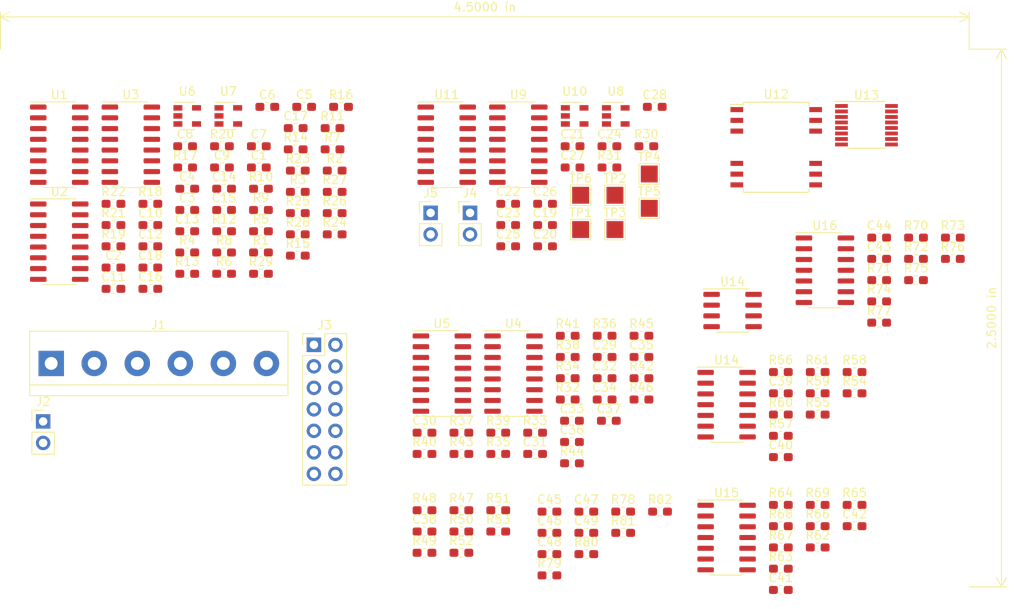
<source format=kicad_pcb>
(kicad_pcb (version 20171130) (host pcbnew "(5.1.4)-1")
  (layers (0 F.Cu signal) (31 B.Cu signal) (34 B.Paste user) (35 F.Paste user) (36 B.SilkS user) (37 F.SilkS user) (38 B.Mask user) (39 F.Mask user) (44 Edge.Cuts user))
  (net 0 "")
  (net 1 GND)
  (net 2 "Net-(C1-Pad1)")
  (net 3 "Net-(C2-Pad1)")
  (net 4 "Net-(C3-Pad1)")
  (net 5 "Net-(C4-Pad2)")
  (net 6 "Net-(C4-Pad1)")
  (net 7 "Net-(C5-Pad2)")
  (net 8 "Net-(C5-Pad1)")
  (net 9 "Net-(C6-Pad1)")
  (net 10 +12V)
  (net 11 -12V)
  (net 12 /vcf/AN_VCF_IN)
  (net 13 "Net-(C23-Pad1)")
  (net 14 /vca/AN_VCA_IN)
  (net 15 "Net-(C24-Pad1)")
  (net 16 "Net-(C29-Pad1)")
  (net 17 "Net-(C30-Pad1)")
  (net 18 "Net-(C31-Pad1)")
  (net 19 "Net-(C38-Pad2)")
  (net 20 /vca/AN_VCA_OUT)
  (net 21 +3V3)
  (net 22 /AN_2)
  (net 23 /AN_1)
  (net 24 /SPARE_IO_2)
  (net 25 /I2C_SDA)
  (net 26 /SPARE_IO_1)
  (net 27 /I2C_SCL)
  (net 28 /MCU_RST_N)
  (net 29 "Net-(J4-Pad1)")
  (net 30 "Net-(J5-Pad1)")
  (net 31 "Net-(R1-Pad2)")
  (net 32 /mux/AN_SIN)
  (net 33 "Net-(R11-Pad2)")
  (net 34 "Net-(R13-Pad2)")
  (net 35 "Net-(R14-Pad2)")
  (net 36 "Net-(R16-Pad2)")
  (net 37 "Net-(R17-Pad2)")
  (net 38 "Net-(R15-Pad2)")
  (net 39 "Net-(R18-Pad2)")
  (net 40 "Net-(R8-Pad2)")
  (net 41 "Net-(R9-Pad2)")
  (net 42 "Net-(R10-Pad2)")
  (net 43 "Net-(R12-Pad2)")
  (net 44 /dig_ctrl/CTRL_VCO)
  (net 45 "Net-(R20-Pad1)")
  (net 46 "Net-(R21-Pad1)")
  (net 47 /mux/AN_TRI)
  (net 48 "Net-(R27-Pad2)")
  (net 49 "Net-(R28-Pad2)")
  (net 50 "Net-(R29-Pad2)")
  (net 51 "Net-(R30-Pad2)")
  (net 52 "Net-(R31-Pad2)")
  (net 53 "Net-(R32-Pad1)")
  (net 54 "Net-(R33-Pad1)")
  (net 55 /mux/AN_BPF)
  (net 56 "Net-(R34-Pad1)")
  (net 57 "Net-(R37-Pad2)")
  (net 58 /mux/AN_LPF)
  (net 59 /dig_ctrl/CTRL_VCF)
  (net 60 "Net-(R42-Pad1)")
  (net 61 "Net-(R43-Pad2)")
  (net 62 "Net-(R44-Pad2)")
  (net 63 /mux/AN_HPF)
  (net 64 "Net-(R47-Pad1)")
  (net 65 "Net-(R48-Pad2)")
  (net 66 "Net-(R49-Pad1)")
  (net 67 "Net-(R50-Pad2)")
  (net 68 /dig_ctrl/CTRL_VCA)
  (net 69 "Net-(R53-Pad1)")
  (net 70 /mux/AN_SQR)
  (net 71 "Net-(U1-Pad15)")
  (net 72 "Net-(U1-Pad8)")
  (net 73 "Net-(U1-Pad2)")
  (net 74 "Net-(U2-Pad15)")
  (net 75 "Net-(U2-Pad2)")
  (net 76 "Net-(U3-Pad15)")
  (net 77 "Net-(U3-Pad2)")
  (net 78 "Net-(U4-Pad15)")
  (net 79 "Net-(U4-Pad2)")
  (net 80 "Net-(U5-Pad2)")
  (net 81 "Net-(U8-Pad3)")
  (net 82 /mux/WF_MUX_A1)
  (net 83 /mux/WF_MUX_A2)
  (net 84 /mux/WF_MUX_EN)
  (net 85 /mux/WF_MUX_A0)
  (net 86 "Net-(U10-Pad3)")
  (net 87 "Net-(U13-Pad7)")
  (net 88 "Net-(U13-Pad1)")
  (net 89 "Net-(U14-Pad8)")
  (net 90 "Net-(U14-Pad7)")
  (net 91 "Net-(U14-Pad6)")
  (net 92 "Net-(U14-Pad5)")
  (net 93 "Net-(U14-Pad4)")
  (net 94 "Net-(U14-Pad3)")
  (net 95 "Net-(U14-Pad2)")
  (net 96 "Net-(U14-Pad1)")
  (net 97 "Net-(R54-Pad2)")
  (net 98 "Net-(R54-Pad1)")
  (net 99 "Net-(R55-Pad2)")
  (net 100 "Net-(R55-Pad1)")
  (net 101 "Net-(R56-Pad2)")
  (net 102 "Net-(R57-Pad2)")
  (net 103 "Net-(R57-Pad1)")
  (net 104 "Net-(R62-Pad2)")
  (net 105 "Net-(R62-Pad1)")
  (net 106 "Net-(R63-Pad2)")
  (net 107 "Net-(R63-Pad1)")
  (net 108 "Net-(R64-Pad2)")
  (net 109 "Net-(R65-Pad2)")
  (net 110 "Net-(R65-Pad1)")
  (net 111 "Net-(R70-Pad2)")
  (net 112 "Net-(R70-Pad1)")
  (net 113 "Net-(R71-Pad2)")
  (net 114 "Net-(R71-Pad1)")
  (net 115 "Net-(R72-Pad2)")
  (net 116 "Net-(R73-Pad2)")
  (net 117 "Net-(R73-Pad1)")
  (net 118 /dig_ctrl/ana_scale_vca/AN_IN)
  (net 119 /dig_ctrl/ana_scale_vco/AN_IN)
  (net 120 /dig_ctrl/ana_scale_vcf/AN_IN)
  (net 121 "Net-(R81-Pad2)")
  (net 122 "Net-(R82-Pad2)")
  (net 123 /dig_ctrl/FLT_MUX_A1)
  (net 124 /dig_ctrl/FLT_MUX_A2)
  (net 125 /dig_ctrl/FLT_MUX_EN)
  (net 126 /dig_ctrl/FLT_MUX_A0)
  (net 127 /dig_ctrl/WF_MUX_A2)
  (net 128 /dig_ctrl/WF_MUX_A1)
  (module Resistor_SMD:R_0603_1608Metric_Pad1.05x0.95mm_HandSolder (layer F.Cu) (at 217.52 137.16)
    (fp_text reference R82 (at 0 -1.43) (layer F.SilkS))
    (fp_text value 10k)
    (pad 2 smd roundrect (at 0.875 0) (size 1.05 0.95) (layers F.Cu F.Paste F.Mask) (net 122 "Net-(R82-Pad2)"))
    (pad 1 smd roundrect (at -0.875 0) (size 1.05 0.95) (layers F.Cu F.Paste F.Mask) (net 21 +3V3))
  )
  (module Resistor_SMD:R_0603_1608Metric_Pad1.05x0.95mm_HandSolder (layer F.Cu) (at 213.17 139.67)
    (fp_text reference R81 (at 0 -1.43) (layer F.SilkS))
    (fp_text value 10k)
    (pad 2 smd roundrect (at 0.875 0) (size 1.05 0.95) (layers F.Cu F.Paste F.Mask) (net 121 "Net-(R81-Pad2)"))
    (pad 1 smd roundrect (at -0.875 0) (size 1.05 0.95) (layers F.Cu F.Paste F.Mask) (net 21 +3V3))
  )
  (module Resistor_SMD:R_0603_1608Metric_Pad1.05x0.95mm_HandSolder (layer F.Cu) (at 208.82 142.18)
    (fp_text reference R80 (at 0 -1.43) (layer F.SilkS))
    (fp_text value 10k)
    (pad 2 smd roundrect (at 0.875 0) (size 1.05 0.95) (layers F.Cu F.Paste F.Mask) (net 26 /SPARE_IO_1))
    (pad 1 smd roundrect (at -0.875 0) (size 1.05 0.95) (layers F.Cu F.Paste F.Mask) (net 21 +3V3))
  )
  (module Resistor_SMD:R_0603_1608Metric_Pad1.05x0.95mm_HandSolder (layer F.Cu) (at 204.47 144.69)
    (fp_text reference R79 (at 0 -1.43) (layer F.SilkS))
    (fp_text value 10k)
    (pad 2 smd roundrect (at 0.875 0) (size 1.05 0.95) (layers F.Cu F.Paste F.Mask) (net 25 /I2C_SDA))
    (pad 1 smd roundrect (at -0.875 0) (size 1.05 0.95) (layers F.Cu F.Paste F.Mask) (net 21 +3V3))
  )
  (module Resistor_SMD:R_0603_1608Metric_Pad1.05x0.95mm_HandSolder (layer F.Cu) (at 213.17 137.16)
    (fp_text reference R78 (at 0 -1.43) (layer F.SilkS))
    (fp_text value 10k)
    (pad 2 smd roundrect (at 0.875 0) (size 1.05 0.95) (layers F.Cu F.Paste F.Mask) (net 27 /I2C_SCL))
    (pad 1 smd roundrect (at -0.875 0) (size 1.05 0.95) (layers F.Cu F.Paste F.Mask) (net 21 +3V3))
  )
  (module Capacitor_SMD:C_0603_1608Metric_Pad1.05x0.95mm_HandSolder (layer F.Cu) (at 208.82 139.67)
    (fp_text reference C49 (at 0 -1.43) (layer F.SilkS))
    (fp_text value 0.1u)
    (pad 2 smd roundrect (at 0.875 0) (size 1.05 0.95) (layers F.Cu F.Paste F.Mask) (net 1 GND))
    (pad 1 smd roundrect (at -0.875 0) (size 1.05 0.95) (layers F.Cu F.Paste F.Mask) (net 21 +3V3))
  )
  (module Capacitor_SMD:C_0603_1608Metric_Pad1.05x0.95mm_HandSolder (layer F.Cu) (at 204.47 142.18)
    (fp_text reference C48 (at 0 -1.43) (layer F.SilkS))
    (fp_text value 0.1u)
    (pad 2 smd roundrect (at 0.875 0) (size 1.05 0.95) (layers F.Cu F.Paste F.Mask) (net 1 GND))
    (pad 1 smd roundrect (at -0.875 0) (size 1.05 0.95) (layers F.Cu F.Paste F.Mask) (net 21 +3V3))
  )
  (module Capacitor_SMD:C_0603_1608Metric_Pad1.05x0.95mm_HandSolder (layer F.Cu) (at 208.82 137.16)
    (fp_text reference C47 (at 0 -1.43) (layer F.SilkS))
    (fp_text value 10u)
    (pad 2 smd roundrect (at 0.875 0) (size 1.05 0.95) (layers F.Cu F.Paste F.Mask) (net 1 GND))
    (pad 1 smd roundrect (at -0.875 0) (size 1.05 0.95) (layers F.Cu F.Paste F.Mask) (net 21 +3V3))
  )
  (module Capacitor_SMD:C_0603_1608Metric_Pad1.05x0.95mm_HandSolder (layer F.Cu) (at 204.47 139.67)
    (fp_text reference C46 (at 0 -1.43) (layer F.SilkS))
    (fp_text value 0.1u)
    (pad 2 smd roundrect (at 0.875 0) (size 1.05 0.95) (layers F.Cu F.Paste F.Mask) (net 1 GND))
    (pad 1 smd roundrect (at -0.875 0) (size 1.05 0.95) (layers F.Cu F.Paste F.Mask) (net 21 +3V3))
  )
  (module Capacitor_SMD:C_0603_1608Metric_Pad1.05x0.95mm_HandSolder (layer F.Cu) (at 204.47 137.16)
    (fp_text reference C45 (at 0 -1.43) (layer F.SilkS))
    (fp_text value 1u)
    (pad 2 smd roundrect (at 0.875 0) (size 1.05 0.95) (layers F.Cu F.Paste F.Mask) (net 1 GND))
    (pad 1 smd roundrect (at -0.875 0) (size 1.05 0.95) (layers F.Cu F.Paste F.Mask) (net 21 +3V3))
  )
  (module Package_SO:SOIC-14_3.9x8.7mm_P1.27mm (layer F.Cu) (at 236.975 108.655)
    (fp_text reference U16 (at 0 -5.28) (layer F.SilkS))
    (fp_text value OPA4172)
    (pad 14 smd roundrect (at 2.475 -3.81) (size 1.95 0.6) (layers F.Cu F.Paste F.Mask) (net 68 /dig_ctrl/CTRL_VCA))
    (pad 13 smd roundrect (at 2.475 -2.54) (size 1.95 0.6) (layers F.Cu F.Paste F.Mask) (net 113 "Net-(R71-Pad2)"))
    (pad 12 smd roundrect (at 2.475 -1.27) (size 1.95 0.6) (layers F.Cu F.Paste F.Mask) (net 1 GND))
    (pad 11 smd roundrect (at 2.475 0) (size 1.95 0.6) (layers F.Cu F.Paste F.Mask) (net 11 -12V))
    (pad 10 smd roundrect (at 2.475 1.27) (size 1.95 0.6) (layers F.Cu F.Paste F.Mask) (net 111 "Net-(R70-Pad2)"))
    (pad 9 smd roundrect (at 2.475 2.54) (size 1.95 0.6) (layers F.Cu F.Paste F.Mask) (net 116 "Net-(R73-Pad2)"))
    (pad 8 smd roundrect (at 2.475 3.81) (size 1.95 0.6) (layers F.Cu F.Paste F.Mask) (net 114 "Net-(R71-Pad1)"))
    (pad 7 smd roundrect (at -2.475 3.81) (size 1.95 0.6) (layers F.Cu F.Paste F.Mask) (net 117 "Net-(R73-Pad1)"))
    (pad 6 smd roundrect (at -2.475 2.54) (size 1.95 0.6) (layers F.Cu F.Paste F.Mask) (net 117 "Net-(R73-Pad1)"))
    (pad 5 smd roundrect (at -2.475 1.27) (size 1.95 0.6) (layers F.Cu F.Paste F.Mask) (net 115 "Net-(R72-Pad2)"))
    (pad 4 smd roundrect (at -2.475 0) (size 1.95 0.6) (layers F.Cu F.Paste F.Mask) (net 10 +12V))
    (pad 3 smd roundrect (at -2.475 -1.27) (size 1.95 0.6) (layers F.Cu F.Paste F.Mask) (net 118 /dig_ctrl/ana_scale_vca/AN_IN))
    (pad 2 smd roundrect (at -2.475 -2.54) (size 1.95 0.6) (layers F.Cu F.Paste F.Mask) (net 112 "Net-(R70-Pad1)"))
    (pad 1 smd roundrect (at -2.475 -3.81) (size 1.95 0.6) (layers F.Cu F.Paste F.Mask) (net 112 "Net-(R70-Pad1)"))
  )
  (module Package_SO:SOIC-14_3.9x8.7mm_P1.27mm (layer F.Cu) (at 225.375 140.22)
    (fp_text reference U15 (at 0 -5.28) (layer F.SilkS))
    (fp_text value OPA4172)
    (pad 14 smd roundrect (at 2.475 -3.81) (size 1.95 0.6) (layers F.Cu F.Paste F.Mask) (net 59 /dig_ctrl/CTRL_VCF))
    (pad 13 smd roundrect (at 2.475 -2.54) (size 1.95 0.6) (layers F.Cu F.Paste F.Mask) (net 106 "Net-(R63-Pad2)"))
    (pad 12 smd roundrect (at 2.475 -1.27) (size 1.95 0.6) (layers F.Cu F.Paste F.Mask) (net 1 GND))
    (pad 11 smd roundrect (at 2.475 0) (size 1.95 0.6) (layers F.Cu F.Paste F.Mask) (net 11 -12V))
    (pad 10 smd roundrect (at 2.475 1.27) (size 1.95 0.6) (layers F.Cu F.Paste F.Mask) (net 104 "Net-(R62-Pad2)"))
    (pad 9 smd roundrect (at 2.475 2.54) (size 1.95 0.6) (layers F.Cu F.Paste F.Mask) (net 109 "Net-(R65-Pad2)"))
    (pad 8 smd roundrect (at 2.475 3.81) (size 1.95 0.6) (layers F.Cu F.Paste F.Mask) (net 107 "Net-(R63-Pad1)"))
    (pad 7 smd roundrect (at -2.475 3.81) (size 1.95 0.6) (layers F.Cu F.Paste F.Mask) (net 110 "Net-(R65-Pad1)"))
    (pad 6 smd roundrect (at -2.475 2.54) (size 1.95 0.6) (layers F.Cu F.Paste F.Mask) (net 110 "Net-(R65-Pad1)"))
    (pad 5 smd roundrect (at -2.475 1.27) (size 1.95 0.6) (layers F.Cu F.Paste F.Mask) (net 108 "Net-(R64-Pad2)"))
    (pad 4 smd roundrect (at -2.475 0) (size 1.95 0.6) (layers F.Cu F.Paste F.Mask) (net 10 +12V))
    (pad 3 smd roundrect (at -2.475 -1.27) (size 1.95 0.6) (layers F.Cu F.Paste F.Mask) (net 120 /dig_ctrl/ana_scale_vcf/AN_IN))
    (pad 2 smd roundrect (at -2.475 -2.54) (size 1.95 0.6) (layers F.Cu F.Paste F.Mask) (net 105 "Net-(R62-Pad1)"))
    (pad 1 smd roundrect (at -2.475 -3.81) (size 1.95 0.6) (layers F.Cu F.Paste F.Mask) (net 105 "Net-(R62-Pad1)"))
  )
  (module Package_SO:SOIC-14_3.9x8.7mm_P1.27mm (layer F.Cu) (at 225.375 124.53)
    (fp_text reference U14 (at 0 -5.28) (layer F.SilkS))
    (fp_text value OPA4172)
    (pad 14 smd roundrect (at 2.475 -3.81) (size 1.95 0.6) (layers F.Cu F.Paste F.Mask) (net 44 /dig_ctrl/CTRL_VCO))
    (pad 13 smd roundrect (at 2.475 -2.54) (size 1.95 0.6) (layers F.Cu F.Paste F.Mask) (net 99 "Net-(R55-Pad2)"))
    (pad 12 smd roundrect (at 2.475 -1.27) (size 1.95 0.6) (layers F.Cu F.Paste F.Mask) (net 1 GND))
    (pad 11 smd roundrect (at 2.475 0) (size 1.95 0.6) (layers F.Cu F.Paste F.Mask) (net 11 -12V))
    (pad 10 smd roundrect (at 2.475 1.27) (size 1.95 0.6) (layers F.Cu F.Paste F.Mask) (net 97 "Net-(R54-Pad2)"))
    (pad 9 smd roundrect (at 2.475 2.54) (size 1.95 0.6) (layers F.Cu F.Paste F.Mask) (net 102 "Net-(R57-Pad2)"))
    (pad 8 smd roundrect (at 2.475 3.81) (size 1.95 0.6) (layers F.Cu F.Paste F.Mask) (net 100 "Net-(R55-Pad1)"))
    (pad 7 smd roundrect (at -2.475 3.81) (size 1.95 0.6) (layers F.Cu F.Paste F.Mask) (net 103 "Net-(R57-Pad1)"))
    (pad 6 smd roundrect (at -2.475 2.54) (size 1.95 0.6) (layers F.Cu F.Paste F.Mask) (net 103 "Net-(R57-Pad1)"))
    (pad 5 smd roundrect (at -2.475 1.27) (size 1.95 0.6) (layers F.Cu F.Paste F.Mask) (net 101 "Net-(R56-Pad2)"))
    (pad 4 smd roundrect (at -2.475 0) (size 1.95 0.6) (layers F.Cu F.Paste F.Mask) (net 10 +12V))
    (pad 3 smd roundrect (at -2.475 -1.27) (size 1.95 0.6) (layers F.Cu F.Paste F.Mask) (net 119 /dig_ctrl/ana_scale_vco/AN_IN))
    (pad 2 smd roundrect (at -2.475 -2.54) (size 1.95 0.6) (layers F.Cu F.Paste F.Mask) (net 98 "Net-(R54-Pad1)"))
    (pad 1 smd roundrect (at -2.475 -3.81) (size 1.95 0.6) (layers F.Cu F.Paste F.Mask) (net 98 "Net-(R54-Pad1)"))
  )
  (module Resistor_SMD:R_0603_1608Metric_Pad1.05x0.95mm_HandSolder (layer F.Cu) (at 243.375 114.845)
    (fp_text reference R77 (at 0 -1.43) (layer F.SilkS))
    (fp_text value 10k)
    (pad 2 smd roundrect (at 0.875 0) (size 1.05 0.95) (layers F.Cu F.Paste F.Mask) (net 68 /dig_ctrl/CTRL_VCA))
    (pad 1 smd roundrect (at -0.875 0) (size 1.05 0.95) (layers F.Cu F.Paste F.Mask) (net 113 "Net-(R71-Pad2)"))
  )
  (module Resistor_SMD:R_0603_1608Metric_Pad1.05x0.95mm_HandSolder (layer F.Cu) (at 252.075 107.315)
    (fp_text reference R76 (at 0 -1.43) (layer F.SilkS))
    (fp_text value 10k)
    (pad 2 smd roundrect (at 0.875 0) (size 1.05 0.95) (layers F.Cu F.Paste F.Mask) (net 114 "Net-(R71-Pad1)"))
    (pad 1 smd roundrect (at -0.875 0) (size 1.05 0.95) (layers F.Cu F.Paste F.Mask) (net 116 "Net-(R73-Pad2)"))
  )
  (module Resistor_SMD:R_0603_1608Metric_Pad1.05x0.95mm_HandSolder (layer F.Cu) (at 247.725 109.825)
    (fp_text reference R75 (at 0 -1.43) (layer F.SilkS))
    (fp_text value 10k)
    (pad 2 smd roundrect (at 0.875 0) (size 1.05 0.95) (layers F.Cu F.Paste F.Mask) (net 1 GND))
    (pad 1 smd roundrect (at -0.875 0) (size 1.05 0.95) (layers F.Cu F.Paste F.Mask) (net 111 "Net-(R70-Pad2)"))
  )
  (module Resistor_SMD:R_0603_1608Metric_Pad1.05x0.95mm_HandSolder (layer F.Cu) (at 243.375 112.335)
    (fp_text reference R74 (at 0 -1.43) (layer F.SilkS))
    (fp_text value 1.2k)
    (pad 2 smd roundrect (at 0.875 0) (size 1.05 0.95) (layers F.Cu F.Paste F.Mask) (net 1 GND))
    (pad 1 smd roundrect (at -0.875 0) (size 1.05 0.95) (layers F.Cu F.Paste F.Mask) (net 115 "Net-(R72-Pad2)"))
  )
  (module Resistor_SMD:R_0603_1608Metric_Pad1.05x0.95mm_HandSolder (layer F.Cu) (at 252.075 104.805)
    (fp_text reference R73 (at 0 -1.43) (layer F.SilkS))
    (fp_text value 10k)
    (pad 2 smd roundrect (at 0.875 0) (size 1.05 0.95) (layers F.Cu F.Paste F.Mask) (net 116 "Net-(R73-Pad2)"))
    (pad 1 smd roundrect (at -0.875 0) (size 1.05 0.95) (layers F.Cu F.Paste F.Mask) (net 117 "Net-(R73-Pad1)"))
  )
  (module Resistor_SMD:R_0603_1608Metric_Pad1.05x0.95mm_HandSolder (layer F.Cu) (at 247.725 107.315)
    (fp_text reference R72 (at 0 -1.43) (layer F.SilkS))
    (fp_text value 10k)
    (pad 2 smd roundrect (at 0.875 0) (size 1.05 0.95) (layers F.Cu F.Paste F.Mask) (net 115 "Net-(R72-Pad2)"))
    (pad 1 smd roundrect (at -0.875 0) (size 1.05 0.95) (layers F.Cu F.Paste F.Mask) (net 10 +12V))
  )
  (module Resistor_SMD:R_0603_1608Metric_Pad1.05x0.95mm_HandSolder (layer F.Cu) (at 243.375 109.825)
    (fp_text reference R71 (at 0 -1.43) (layer F.SilkS))
    (fp_text value 10k)
    (pad 2 smd roundrect (at 0.875 0) (size 1.05 0.95) (layers F.Cu F.Paste F.Mask) (net 113 "Net-(R71-Pad2)"))
    (pad 1 smd roundrect (at -0.875 0) (size 1.05 0.95) (layers F.Cu F.Paste F.Mask) (net 114 "Net-(R71-Pad1)"))
  )
  (module Resistor_SMD:R_0603_1608Metric_Pad1.05x0.95mm_HandSolder (layer F.Cu) (at 247.725 104.805)
    (fp_text reference R70 (at 0 -1.43) (layer F.SilkS))
    (fp_text value 10k)
    (pad 2 smd roundrect (at 0.875 0) (size 1.05 0.95) (layers F.Cu F.Paste F.Mask) (net 111 "Net-(R70-Pad2)"))
    (pad 1 smd roundrect (at -0.875 0) (size 1.05 0.95) (layers F.Cu F.Paste F.Mask) (net 112 "Net-(R70-Pad1)"))
  )
  (module Resistor_SMD:R_0603_1608Metric_Pad1.05x0.95mm_HandSolder (layer F.Cu) (at 236.125 136.37)
    (fp_text reference R69 (at 0 -1.43) (layer F.SilkS))
    (fp_text value 10k)
    (pad 2 smd roundrect (at 0.875 0) (size 1.05 0.95) (layers F.Cu F.Paste F.Mask) (net 59 /dig_ctrl/CTRL_VCF))
    (pad 1 smd roundrect (at -0.875 0) (size 1.05 0.95) (layers F.Cu F.Paste F.Mask) (net 106 "Net-(R63-Pad2)"))
  )
  (module Resistor_SMD:R_0603_1608Metric_Pad1.05x0.95mm_HandSolder (layer F.Cu) (at 231.775 138.88)
    (fp_text reference R68 (at 0 -1.43) (layer F.SilkS))
    (fp_text value 10k)
    (pad 2 smd roundrect (at 0.875 0) (size 1.05 0.95) (layers F.Cu F.Paste F.Mask) (net 107 "Net-(R63-Pad1)"))
    (pad 1 smd roundrect (at -0.875 0) (size 1.05 0.95) (layers F.Cu F.Paste F.Mask) (net 109 "Net-(R65-Pad2)"))
  )
  (module Resistor_SMD:R_0603_1608Metric_Pad1.05x0.95mm_HandSolder (layer F.Cu) (at 231.775 141.39)
    (fp_text reference R67 (at 0 -1.43) (layer F.SilkS))
    (fp_text value 10k)
    (pad 2 smd roundrect (at 0.875 0) (size 1.05 0.95) (layers F.Cu F.Paste F.Mask) (net 1 GND))
    (pad 1 smd roundrect (at -0.875 0) (size 1.05 0.95) (layers F.Cu F.Paste F.Mask) (net 104 "Net-(R62-Pad2)"))
  )
  (module Resistor_SMD:R_0603_1608Metric_Pad1.05x0.95mm_HandSolder (layer F.Cu) (at 236.125 138.88)
    (fp_text reference R66 (at 0 -1.43) (layer F.SilkS))
    (fp_text value 1.2k)
    (pad 2 smd roundrect (at 0.875 0) (size 1.05 0.95) (layers F.Cu F.Paste F.Mask) (net 1 GND))
    (pad 1 smd roundrect (at -0.875 0) (size 1.05 0.95) (layers F.Cu F.Paste F.Mask) (net 108 "Net-(R64-Pad2)"))
  )
  (module Resistor_SMD:R_0603_1608Metric_Pad1.05x0.95mm_HandSolder (layer F.Cu) (at 240.475 136.37)
    (fp_text reference R65 (at 0 -1.43) (layer F.SilkS))
    (fp_text value 10k)
    (pad 2 smd roundrect (at 0.875 0) (size 1.05 0.95) (layers F.Cu F.Paste F.Mask) (net 109 "Net-(R65-Pad2)"))
    (pad 1 smd roundrect (at -0.875 0) (size 1.05 0.95) (layers F.Cu F.Paste F.Mask) (net 110 "Net-(R65-Pad1)"))
  )
  (module Resistor_SMD:R_0603_1608Metric_Pad1.05x0.95mm_HandSolder (layer F.Cu) (at 231.775 136.37)
    (fp_text reference R64 (at 0 -1.43) (layer F.SilkS))
    (fp_text value 10k)
    (pad 2 smd roundrect (at 0.875 0) (size 1.05 0.95) (layers F.Cu F.Paste F.Mask) (net 108 "Net-(R64-Pad2)"))
    (pad 1 smd roundrect (at -0.875 0) (size 1.05 0.95) (layers F.Cu F.Paste F.Mask) (net 10 +12V))
  )
  (module Resistor_SMD:R_0603_1608Metric_Pad1.05x0.95mm_HandSolder (layer F.Cu) (at 231.775 143.9)
    (fp_text reference R63 (at 0 -1.43) (layer F.SilkS))
    (fp_text value 10k)
    (pad 2 smd roundrect (at 0.875 0) (size 1.05 0.95) (layers F.Cu F.Paste F.Mask) (net 106 "Net-(R63-Pad2)"))
    (pad 1 smd roundrect (at -0.875 0) (size 1.05 0.95) (layers F.Cu F.Paste F.Mask) (net 107 "Net-(R63-Pad1)"))
  )
  (module Resistor_SMD:R_0603_1608Metric_Pad1.05x0.95mm_HandSolder (layer F.Cu) (at 236.125 141.39)
    (fp_text reference R62 (at 0 -1.43) (layer F.SilkS))
    (fp_text value 10k)
    (pad 2 smd roundrect (at 0.875 0) (size 1.05 0.95) (layers F.Cu F.Paste F.Mask) (net 104 "Net-(R62-Pad2)"))
    (pad 1 smd roundrect (at -0.875 0) (size 1.05 0.95) (layers F.Cu F.Paste F.Mask) (net 105 "Net-(R62-Pad1)"))
  )
  (module Resistor_SMD:R_0603_1608Metric_Pad1.05x0.95mm_HandSolder (layer F.Cu) (at 236.125 120.68)
    (fp_text reference R61 (at 0 -1.43) (layer F.SilkS))
    (fp_text value 10k)
    (pad 2 smd roundrect (at 0.875 0) (size 1.05 0.95) (layers F.Cu F.Paste F.Mask) (net 44 /dig_ctrl/CTRL_VCO))
    (pad 1 smd roundrect (at -0.875 0) (size 1.05 0.95) (layers F.Cu F.Paste F.Mask) (net 99 "Net-(R55-Pad2)"))
  )
  (module Resistor_SMD:R_0603_1608Metric_Pad1.05x0.95mm_HandSolder (layer F.Cu) (at 231.775 125.7)
    (fp_text reference R60 (at 0 -1.43) (layer F.SilkS))
    (fp_text value 10k)
    (pad 2 smd roundrect (at 0.875 0) (size 1.05 0.95) (layers F.Cu F.Paste F.Mask) (net 100 "Net-(R55-Pad1)"))
    (pad 1 smd roundrect (at -0.875 0) (size 1.05 0.95) (layers F.Cu F.Paste F.Mask) (net 102 "Net-(R57-Pad2)"))
  )
  (module Resistor_SMD:R_0603_1608Metric_Pad1.05x0.95mm_HandSolder (layer F.Cu) (at 236.125 123.19)
    (fp_text reference R59 (at 0 -1.43) (layer F.SilkS))
    (fp_text value 10k)
    (pad 2 smd roundrect (at 0.875 0) (size 1.05 0.95) (layers F.Cu F.Paste F.Mask) (net 1 GND))
    (pad 1 smd roundrect (at -0.875 0) (size 1.05 0.95) (layers F.Cu F.Paste F.Mask) (net 97 "Net-(R54-Pad2)"))
  )
  (module Resistor_SMD:R_0603_1608Metric_Pad1.05x0.95mm_HandSolder (layer F.Cu) (at 240.475 120.68)
    (fp_text reference R58 (at 0 -1.43) (layer F.SilkS))
    (fp_text value 1.2k)
    (pad 2 smd roundrect (at 0.875 0) (size 1.05 0.95) (layers F.Cu F.Paste F.Mask) (net 1 GND))
    (pad 1 smd roundrect (at -0.875 0) (size 1.05 0.95) (layers F.Cu F.Paste F.Mask) (net 101 "Net-(R56-Pad2)"))
  )
  (module Resistor_SMD:R_0603_1608Metric_Pad1.05x0.95mm_HandSolder (layer F.Cu) (at 231.775 128.21)
    (fp_text reference R57 (at 0 -1.43) (layer F.SilkS))
    (fp_text value 10k)
    (pad 2 smd roundrect (at 0.875 0) (size 1.05 0.95) (layers F.Cu F.Paste F.Mask) (net 102 "Net-(R57-Pad2)"))
    (pad 1 smd roundrect (at -0.875 0) (size 1.05 0.95) (layers F.Cu F.Paste F.Mask) (net 103 "Net-(R57-Pad1)"))
  )
  (module Resistor_SMD:R_0603_1608Metric_Pad1.05x0.95mm_HandSolder (layer F.Cu) (at 231.775 120.68)
    (fp_text reference R56 (at 0 -1.43) (layer F.SilkS))
    (fp_text value 10k)
    (pad 2 smd roundrect (at 0.875 0) (size 1.05 0.95) (layers F.Cu F.Paste F.Mask) (net 101 "Net-(R56-Pad2)"))
    (pad 1 smd roundrect (at -0.875 0) (size 1.05 0.95) (layers F.Cu F.Paste F.Mask) (net 10 +12V))
  )
  (module Resistor_SMD:R_0603_1608Metric_Pad1.05x0.95mm_HandSolder (layer F.Cu) (at 236.125 125.7)
    (fp_text reference R55 (at 0 -1.43) (layer F.SilkS))
    (fp_text value 10k)
    (pad 2 smd roundrect (at 0.875 0) (size 1.05 0.95) (layers F.Cu F.Paste F.Mask) (net 99 "Net-(R55-Pad2)"))
    (pad 1 smd roundrect (at -0.875 0) (size 1.05 0.95) (layers F.Cu F.Paste F.Mask) (net 100 "Net-(R55-Pad1)"))
  )
  (module Resistor_SMD:R_0603_1608Metric_Pad1.05x0.95mm_HandSolder (layer F.Cu) (at 240.475 123.19)
    (fp_text reference R54 (at 0 -1.43) (layer F.SilkS))
    (fp_text value 10k)
    (pad 2 smd roundrect (at 0.875 0) (size 1.05 0.95) (layers F.Cu F.Paste F.Mask) (net 97 "Net-(R54-Pad2)"))
    (pad 1 smd roundrect (at -0.875 0) (size 1.05 0.95) (layers F.Cu F.Paste F.Mask) (net 98 "Net-(R54-Pad1)"))
  )
  (module Capacitor_SMD:C_0603_1608Metric_Pad1.05x0.95mm_HandSolder (layer F.Cu) (at 243.375 104.805)
    (fp_text reference C44 (at 0 -1.43) (layer F.SilkS))
    (fp_text value 0.1u)
    (pad 2 smd roundrect (at 0.875 0) (size 1.05 0.95) (layers F.Cu F.Paste F.Mask) (net 11 -12V))
    (pad 1 smd roundrect (at -0.875 0) (size 1.05 0.95) (layers F.Cu F.Paste F.Mask) (net 1 GND))
  )
  (module Capacitor_SMD:C_0603_1608Metric_Pad1.05x0.95mm_HandSolder (layer F.Cu) (at 243.375 107.315)
    (fp_text reference C43 (at 0 -1.43) (layer F.SilkS))
    (fp_text value 0.1u)
    (pad 2 smd roundrect (at 0.875 0) (size 1.05 0.95) (layers F.Cu F.Paste F.Mask) (net 1 GND))
    (pad 1 smd roundrect (at -0.875 0) (size 1.05 0.95) (layers F.Cu F.Paste F.Mask) (net 10 +12V))
  )
  (module Capacitor_SMD:C_0603_1608Metric_Pad1.05x0.95mm_HandSolder (layer F.Cu) (at 240.475 138.88)
    (fp_text reference C42 (at 0 -1.43) (layer F.SilkS))
    (fp_text value 0.1u)
    (pad 2 smd roundrect (at 0.875 0) (size 1.05 0.95) (layers F.Cu F.Paste F.Mask) (net 11 -12V))
    (pad 1 smd roundrect (at -0.875 0) (size 1.05 0.95) (layers F.Cu F.Paste F.Mask) (net 1 GND))
  )
  (module Capacitor_SMD:C_0603_1608Metric_Pad1.05x0.95mm_HandSolder (layer F.Cu) (at 231.775 146.41)
    (fp_text reference C41 (at 0 -1.43) (layer F.SilkS))
    (fp_text value 0.1u)
    (pad 2 smd roundrect (at 0.875 0) (size 1.05 0.95) (layers F.Cu F.Paste F.Mask) (net 1 GND))
    (pad 1 smd roundrect (at -0.875 0) (size 1.05 0.95) (layers F.Cu F.Paste F.Mask) (net 10 +12V))
  )
  (module Capacitor_SMD:C_0603_1608Metric_Pad1.05x0.95mm_HandSolder (layer F.Cu) (at 231.775 130.72)
    (fp_text reference C40 (at 0 -1.43) (layer F.SilkS))
    (fp_text value 0.1u)
    (pad 2 smd roundrect (at 0.875 0) (size 1.05 0.95) (layers F.Cu F.Paste F.Mask) (net 11 -12V))
    (pad 1 smd roundrect (at -0.875 0) (size 1.05 0.95) (layers F.Cu F.Paste F.Mask) (net 1 GND))
  )
  (module Capacitor_SMD:C_0603_1608Metric_Pad1.05x0.95mm_HandSolder (layer F.Cu) (at 231.775 123.19)
    (fp_text reference C39 (at 0 -1.43) (layer F.SilkS))
    (fp_text value 0.1u)
    (pad 2 smd roundrect (at 0.875 0) (size 1.05 0.95) (layers F.Cu F.Paste F.Mask) (net 1 GND))
    (pad 1 smd roundrect (at -0.875 0) (size 1.05 0.95) (layers F.Cu F.Paste F.Mask) (net 10 +12V))
  )
  (module Package_SO:SOIC-8_3.9x4.9mm_P1.27mm (layer F.Cu) (at 226.08 113.41)
    (fp_text reference U14 (at 0 -3.4) (layer F.SilkS))
    (fp_text value LM386)
    (pad 8 smd roundrect (at 2.475 -1.905) (size 1.95 0.6) (layers F.Cu F.Paste F.Mask) (net 89 "Net-(U14-Pad8)"))
    (pad 7 smd roundrect (at 2.475 -0.635) (size 1.95 0.6) (layers F.Cu F.Paste F.Mask) (net 90 "Net-(U14-Pad7)"))
    (pad 6 smd roundrect (at 2.475 0.635) (size 1.95 0.6) (layers F.Cu F.Paste F.Mask) (net 91 "Net-(U14-Pad6)"))
    (pad 5 smd roundrect (at 2.475 1.905) (size 1.95 0.6) (layers F.Cu F.Paste F.Mask) (net 92 "Net-(U14-Pad5)"))
    (pad 4 smd roundrect (at -2.475 1.905) (size 1.95 0.6) (layers F.Cu F.Paste F.Mask) (net 93 "Net-(U14-Pad4)"))
    (pad 3 smd roundrect (at -2.475 0.635) (size 1.95 0.6) (layers F.Cu F.Paste F.Mask) (net 94 "Net-(U14-Pad3)"))
    (pad 2 smd roundrect (at -2.475 -0.635) (size 1.95 0.6) (layers F.Cu F.Paste F.Mask) (net 95 "Net-(U14-Pad2)"))
    (pad 1 smd roundrect (at -2.475 -1.905) (size 1.95 0.6) (layers F.Cu F.Paste F.Mask) (net 96 "Net-(U14-Pad1)"))
  )
  (module Package_SO:TSSOP-16_4.4x5mm_P0.65mm (layer F.Cu) (at 241.88 91.53)
    (fp_text reference U13 (at 0 -3.55) (layer F.SilkS))
    (fp_text value AD5694R)
    (pad 16 smd rect (at 2.95 -2.275) (size 1.5 0.45) (layers F.Cu F.Paste F.Mask) (net 121 "Net-(R81-Pad2)"))
    (pad 15 smd rect (at 2.95 -1.625) (size 1.5 0.45) (layers F.Cu F.Paste F.Mask) (net 122 "Net-(R82-Pad2)"))
    (pad 14 smd rect (at 2.95 -0.975) (size 1.5 0.45) (layers F.Cu F.Paste F.Mask) (net 1 GND))
    (pad 13 smd rect (at 2.95 -0.325) (size 1.5 0.45) (layers F.Cu F.Paste F.Mask) (net 27 /I2C_SCL))
    (pad 12 smd rect (at 2.95 0.325) (size 1.5 0.45) (layers F.Cu F.Paste F.Mask) (net 1 GND))
    (pad 11 smd rect (at 2.95 0.975) (size 1.5 0.45) (layers F.Cu F.Paste F.Mask) (net 21 +3V3))
    (pad 10 smd rect (at 2.95 1.625) (size 1.5 0.45) (layers F.Cu F.Paste F.Mask) (net 1 GND))
    (pad 9 smd rect (at 2.95 2.275) (size 1.5 0.45) (layers F.Cu F.Paste F.Mask) (net 24 /SPARE_IO_2))
    (pad 8 smd rect (at -2.95 2.275) (size 1.5 0.45) (layers F.Cu F.Paste F.Mask) (net 25 /I2C_SDA))
    (pad 7 smd rect (at -2.95 1.625) (size 1.5 0.45) (layers F.Cu F.Paste F.Mask) (net 87 "Net-(U13-Pad7)"))
    (pad 6 smd rect (at -2.95 0.975) (size 1.5 0.45) (layers F.Cu F.Paste F.Mask) (net 118 /dig_ctrl/ana_scale_vca/AN_IN))
    (pad 5 smd rect (at -2.95 0.325) (size 1.5 0.45) (layers F.Cu F.Paste F.Mask) (net 21 +3V3))
    (pad 4 smd rect (at -2.95 -0.325) (size 1.5 0.45) (layers F.Cu F.Paste F.Mask) (net 1 GND))
    (pad 3 smd rect (at -2.95 -0.975) (size 1.5 0.45) (layers F.Cu F.Paste F.Mask) (net 119 /dig_ctrl/ana_scale_vco/AN_IN))
    (pad 2 smd rect (at -2.95 -1.625) (size 1.5 0.45) (layers F.Cu F.Paste F.Mask) (net 120 /dig_ctrl/ana_scale_vcf/AN_IN))
    (pad 1 smd rect (at -2.95 -2.275) (size 1.5 0.45) (layers F.Cu F.Paste F.Mask) (net 88 "Net-(U13-Pad1)"))
  )
  (module Package_SO:SOIC-16W-12_7.5x10.3mm_P1.27mm (layer F.Cu) (at 231.23 94.13)
    (fp_text reference U12 (at 0 -6.25) (layer F.SilkS))
    (fp_text value PCF8574A)
    (pad 16 smd rect (at 4.65 -4.445) (size 1.5 0.6) (layers F.Cu F.Paste F.Mask) (net 21 +3V3))
    (pad 15 smd rect (at 4.65 -3.175) (size 1.5 0.6) (layers F.Cu F.Paste F.Mask) (net 25 /I2C_SDA))
    (pad 14 smd rect (at 4.65 -1.905) (size 1.5 0.6) (layers F.Cu F.Paste F.Mask) (net 27 /I2C_SCL))
    (pad 11 smd rect (at 4.65 1.905) (size 1.5 0.6) (layers F.Cu F.Paste F.Mask) (net 123 /dig_ctrl/FLT_MUX_A1))
    (pad 10 smd rect (at 4.65 3.175) (size 1.5 0.6) (layers F.Cu F.Paste F.Mask) (net 126 /dig_ctrl/FLT_MUX_A0))
    (pad 9 smd rect (at 4.65 4.445) (size 1.5 0.6) (layers F.Cu F.Paste F.Mask) (net 125 /dig_ctrl/FLT_MUX_EN))
    (pad 8 smd rect (at -4.65 4.445) (size 1.5 0.6) (layers F.Cu F.Paste F.Mask) (net 1 GND))
    (pad 7 smd rect (at -4.65 3.175) (size 1.5 0.6) (layers F.Cu F.Paste F.Mask) (net 127 /dig_ctrl/WF_MUX_A2))
    (pad 6 smd rect (at -4.65 1.905) (size 1.5 0.6) (layers F.Cu F.Paste F.Mask) (net 128 /dig_ctrl/WF_MUX_A1))
    (pad 3 smd rect (at -4.65 -1.905) (size 1.5 0.6) (layers F.Cu F.Paste F.Mask) (net 1 GND))
    (pad 2 smd rect (at -4.65 -3.175) (size 1.5 0.6) (layers F.Cu F.Paste F.Mask) (net 1 GND))
    (pad 1 smd rect (at -4.65 -4.445) (size 1.5 0.6) (layers F.Cu F.Paste F.Mask) (net 1 GND))
  )
  (module Package_SO:SOIC-16_3.9x9.9mm_P1.27mm (layer F.Cu) (at 192.35 93.83)
    (fp_text reference U11 (at 0 -5.9) (layer F.SilkS))
    (fp_text value MUX508)
    (pad 16 smd roundrect (at 2.475 -4.445) (size 1.95 0.6) (layers F.Cu F.Paste F.Mask) (net 123 /dig_ctrl/FLT_MUX_A1))
    (pad 15 smd roundrect (at 2.475 -3.175) (size 1.95 0.6) (layers F.Cu F.Paste F.Mask) (net 124 /dig_ctrl/FLT_MUX_A2))
    (pad 14 smd roundrect (at 2.475 -1.905) (size 1.95 0.6) (layers F.Cu F.Paste F.Mask) (net 1 GND))
    (pad 13 smd roundrect (at 2.475 -0.635) (size 1.95 0.6) (layers F.Cu F.Paste F.Mask) (net 10 +12V))
    (pad 12 smd roundrect (at 2.475 0.635) (size 1.95 0.6) (layers F.Cu F.Paste F.Mask) (net 30 "Net-(J5-Pad1)"))
    (pad 11 smd roundrect (at 2.475 1.905) (size 1.95 0.6) (layers F.Cu F.Paste F.Mask) (net 12 /vcf/AN_VCF_IN))
    (pad 10 smd roundrect (at 2.475 3.175) (size 1.95 0.6) (layers F.Cu F.Paste F.Mask) (net 1 GND))
    (pad 9 smd roundrect (at 2.475 4.445) (size 1.95 0.6) (layers F.Cu F.Paste F.Mask) (net 1 GND))
    (pad 8 smd roundrect (at -2.475 4.445) (size 1.95 0.6) (layers F.Cu F.Paste F.Mask) (net 86 "Net-(U10-Pad3)"))
    (pad 7 smd roundrect (at -2.475 3.175) (size 1.95 0.6) (layers F.Cu F.Paste F.Mask) (net 63 /mux/AN_HPF))
    (pad 6 smd roundrect (at -2.475 1.905) (size 1.95 0.6) (layers F.Cu F.Paste F.Mask) (net 55 /mux/AN_BPF))
    (pad 5 smd roundrect (at -2.475 0.635) (size 1.95 0.6) (layers F.Cu F.Paste F.Mask) (net 58 /mux/AN_LPF))
    (pad 4 smd roundrect (at -2.475 -0.635) (size 1.95 0.6) (layers F.Cu F.Paste F.Mask) (net 1 GND))
    (pad 3 smd roundrect (at -2.475 -1.905) (size 1.95 0.6) (layers F.Cu F.Paste F.Mask) (net 11 -12V))
    (pad 2 smd roundrect (at -2.475 -3.175) (size 1.95 0.6) (layers F.Cu F.Paste F.Mask) (net 125 /dig_ctrl/FLT_MUX_EN))
    (pad 1 smd roundrect (at -2.475 -4.445) (size 1.95 0.6) (layers F.Cu F.Paste F.Mask) (net 126 /dig_ctrl/FLT_MUX_A0))
  )
  (module Package_TO_SOT_SMD:SOT-23-5 (layer F.Cu) (at 207.45 90.43)
    (fp_text reference U10 (at 0 -2.9) (layer F.SilkS))
    (fp_text value OPA172IDBVR)
    (pad 5 smd rect (at 1.1 -0.95) (size 1.06 0.65) (layers F.Cu F.Paste F.Mask) (net 10 +12V))
    (pad 4 smd rect (at 1.1 0.95) (size 1.06 0.65) (layers F.Cu F.Paste F.Mask) (net 52 "Net-(R31-Pad2)"))
    (pad 3 smd rect (at -1.1 0.95) (size 1.06 0.65) (layers F.Cu F.Paste F.Mask) (net 86 "Net-(U10-Pad3)"))
    (pad 2 smd rect (at -1.1 0) (size 1.06 0.65) (layers F.Cu F.Paste F.Mask) (net 11 -12V))
    (pad 1 smd rect (at -1.1 -0.95) (size 1.06 0.65) (layers F.Cu F.Paste F.Mask) (net 52 "Net-(R31-Pad2)"))
  )
  (module Package_SO:SOIC-16_3.9x9.9mm_P1.27mm (layer F.Cu) (at 200.8 93.83)
    (fp_text reference U9 (at 0 -5.9) (layer F.SilkS))
    (fp_text value MUX508)
    (pad 16 smd roundrect (at 2.475 -4.445) (size 1.95 0.6) (layers F.Cu F.Paste F.Mask) (net 82 /mux/WF_MUX_A1))
    (pad 15 smd roundrect (at 2.475 -3.175) (size 1.95 0.6) (layers F.Cu F.Paste F.Mask) (net 83 /mux/WF_MUX_A2))
    (pad 14 smd roundrect (at 2.475 -1.905) (size 1.95 0.6) (layers F.Cu F.Paste F.Mask) (net 1 GND))
    (pad 13 smd roundrect (at 2.475 -0.635) (size 1.95 0.6) (layers F.Cu F.Paste F.Mask) (net 10 +12V))
    (pad 12 smd roundrect (at 2.475 0.635) (size 1.95 0.6) (layers F.Cu F.Paste F.Mask) (net 29 "Net-(J4-Pad1)"))
    (pad 11 smd roundrect (at 2.475 1.905) (size 1.95 0.6) (layers F.Cu F.Paste F.Mask) (net 1 GND))
    (pad 10 smd roundrect (at 2.475 3.175) (size 1.95 0.6) (layers F.Cu F.Paste F.Mask) (net 1 GND))
    (pad 9 smd roundrect (at 2.475 4.445) (size 1.95 0.6) (layers F.Cu F.Paste F.Mask) (net 1 GND))
    (pad 8 smd roundrect (at -2.475 4.445) (size 1.95 0.6) (layers F.Cu F.Paste F.Mask) (net 81 "Net-(U8-Pad3)"))
    (pad 7 smd roundrect (at -2.475 3.175) (size 1.95 0.6) (layers F.Cu F.Paste F.Mask) (net 47 /mux/AN_TRI))
    (pad 6 smd roundrect (at -2.475 1.905) (size 1.95 0.6) (layers F.Cu F.Paste F.Mask) (net 70 /mux/AN_SQR))
    (pad 5 smd roundrect (at -2.475 0.635) (size 1.95 0.6) (layers F.Cu F.Paste F.Mask) (net 32 /mux/AN_SIN))
    (pad 4 smd roundrect (at -2.475 -0.635) (size 1.95 0.6) (layers F.Cu F.Paste F.Mask) (net 1 GND))
    (pad 3 smd roundrect (at -2.475 -1.905) (size 1.95 0.6) (layers F.Cu F.Paste F.Mask) (net 11 -12V))
    (pad 2 smd roundrect (at -2.475 -3.175) (size 1.95 0.6) (layers F.Cu F.Paste F.Mask) (net 84 /mux/WF_MUX_EN))
    (pad 1 smd roundrect (at -2.475 -4.445) (size 1.95 0.6) (layers F.Cu F.Paste F.Mask) (net 85 /mux/WF_MUX_A0))
  )
  (module Package_TO_SOT_SMD:SOT-23-5 (layer F.Cu) (at 212.3 90.43)
    (fp_text reference U8 (at 0 -2.9) (layer F.SilkS))
    (fp_text value OPA172IDBVR)
    (pad 5 smd rect (at 1.1 -0.95) (size 1.06 0.65) (layers F.Cu F.Paste F.Mask) (net 10 +12V))
    (pad 4 smd rect (at 1.1 0.95) (size 1.06 0.65) (layers F.Cu F.Paste F.Mask) (net 51 "Net-(R30-Pad2)"))
    (pad 3 smd rect (at -1.1 0.95) (size 1.06 0.65) (layers F.Cu F.Paste F.Mask) (net 81 "Net-(U8-Pad3)"))
    (pad 2 smd rect (at -1.1 0) (size 1.06 0.65) (layers F.Cu F.Paste F.Mask) (net 11 -12V))
    (pad 1 smd rect (at -1.1 -0.95) (size 1.06 0.65) (layers F.Cu F.Paste F.Mask) (net 51 "Net-(R30-Pad2)"))
  )
  (module Package_TO_SOT_SMD:SOT-23-5 (layer F.Cu) (at 166.58 90.43)
    (fp_text reference U7 (at 0 -2.9) (layer F.SilkS))
    (fp_text value OPA172IDBVR)
    (pad 5 smd rect (at 1.1 -0.95) (size 1.06 0.65) (layers F.Cu F.Paste F.Mask) (net 10 +12V))
    (pad 4 smd rect (at 1.1 0.95) (size 1.06 0.65) (layers F.Cu F.Paste F.Mask) (net 70 /mux/AN_SQR))
    (pad 3 smd rect (at -1.1 0.95) (size 1.06 0.65) (layers F.Cu F.Paste F.Mask) (net 7 "Net-(C5-Pad2)"))
    (pad 2 smd rect (at -1.1 0) (size 1.06 0.65) (layers F.Cu F.Paste F.Mask) (net 11 -12V))
    (pad 1 smd rect (at -1.1 -0.95) (size 1.06 0.65) (layers F.Cu F.Paste F.Mask) (net 70 /mux/AN_SQR))
  )
  (module Package_TO_SOT_SMD:SOT-23-5 (layer F.Cu) (at 161.73 90.43)
    (fp_text reference U6 (at 0 -2.9) (layer F.SilkS))
    (fp_text value OPA172IDBVR)
    (pad 5 smd rect (at 1.1 -0.95) (size 1.06 0.65) (layers F.Cu F.Paste F.Mask) (net 10 +12V))
    (pad 4 smd rect (at 1.1 0.95) (size 1.06 0.65) (layers F.Cu F.Paste F.Mask) (net 46 "Net-(R21-Pad1)"))
    (pad 3 smd rect (at -1.1 0.95) (size 1.06 0.65) (layers F.Cu F.Paste F.Mask) (net 1 GND))
    (pad 2 smd rect (at -1.1 0) (size 1.06 0.65) (layers F.Cu F.Paste F.Mask) (net 11 -12V))
    (pad 1 smd rect (at -1.1 -0.95) (size 1.06 0.65) (layers F.Cu F.Paste F.Mask) (net 6 "Net-(C4-Pad1)"))
  )
  (module Package_SO:SOIC-16_3.9x9.9mm_P1.27mm (layer F.Cu) (at 191.78 120.86)
    (fp_text reference U5 (at 0 -5.9) (layer F.SilkS))
    (fp_text value LM13700)
    (pad 16 smd roundrect (at 2.475 -4.445) (size 1.95 0.6) (layers F.Cu F.Paste F.Mask) (net 69 "Net-(R53-Pad1)"))
    (pad 15 smd roundrect (at 2.475 -3.175) (size 1.95 0.6) (layers F.Cu F.Paste F.Mask) (net 64 "Net-(R47-Pad1)"))
    (pad 14 smd roundrect (at 2.475 -1.905) (size 1.95 0.6) (layers F.Cu F.Paste F.Mask) (net 66 "Net-(R49-Pad1)"))
    (pad 13 smd roundrect (at 2.475 -0.635) (size 1.95 0.6) (layers F.Cu F.Paste F.Mask) (net 65 "Net-(R48-Pad2)"))
    (pad 12 smd roundrect (at 2.475 0.635) (size 1.95 0.6) (layers F.Cu F.Paste F.Mask) (net 67 "Net-(R50-Pad2)"))
    (pad 11 smd roundrect (at 2.475 1.905) (size 1.95 0.6) (layers F.Cu F.Paste F.Mask) (net 10 +12V))
    (pad 10 smd roundrect (at 2.475 3.175) (size 1.95 0.6) (layers F.Cu F.Paste F.Mask) (net 67 "Net-(R50-Pad2)"))
    (pad 9 smd roundrect (at 2.475 4.445) (size 1.95 0.6) (layers F.Cu F.Paste F.Mask) (net 19 "Net-(C38-Pad2)"))
    (pad 8 smd roundrect (at -2.475 4.445) (size 1.95 0.6) (layers F.Cu F.Paste F.Mask) (net 63 /mux/AN_HPF))
    (pad 7 smd roundrect (at -2.475 3.175) (size 1.95 0.6) (layers F.Cu F.Paste F.Mask) (net 18 "Net-(C31-Pad1)"))
    (pad 6 smd roundrect (at -2.475 1.905) (size 1.95 0.6) (layers F.Cu F.Paste F.Mask) (net 11 -12V))
    (pad 5 smd roundrect (at -2.475 0.635) (size 1.95 0.6) (layers F.Cu F.Paste F.Mask) (net 18 "Net-(C31-Pad1)"))
    (pad 4 smd roundrect (at -2.475 -0.635) (size 1.95 0.6) (layers F.Cu F.Paste F.Mask) (net 61 "Net-(R43-Pad2)"))
    (pad 3 smd roundrect (at -2.475 -1.905) (size 1.95 0.6) (layers F.Cu F.Paste F.Mask) (net 62 "Net-(R44-Pad2)"))
    (pad 2 smd roundrect (at -2.475 -3.175) (size 1.95 0.6) (layers F.Cu F.Paste F.Mask) (net 80 "Net-(U5-Pad2)"))
    (pad 1 smd roundrect (at -2.475 -4.445) (size 1.95 0.6) (layers F.Cu F.Paste F.Mask) (net 60 "Net-(R42-Pad1)"))
  )
  (module Package_SO:SOIC-16_3.9x9.9mm_P1.27mm (layer F.Cu) (at 200.23 120.86)
    (fp_text reference U4 (at 0 -5.9) (layer F.SilkS))
    (fp_text value LM13700)
    (pad 16 smd roundrect (at 2.475 -4.445) (size 1.95 0.6) (layers F.Cu F.Paste F.Mask) (net 60 "Net-(R42-Pad1)"))
    (pad 15 smd roundrect (at 2.475 -3.175) (size 1.95 0.6) (layers F.Cu F.Paste F.Mask) (net 78 "Net-(U4-Pad15)"))
    (pad 14 smd roundrect (at 2.475 -1.905) (size 1.95 0.6) (layers F.Cu F.Paste F.Mask) (net 56 "Net-(R34-Pad1)"))
    (pad 13 smd roundrect (at 2.475 -0.635) (size 1.95 0.6) (layers F.Cu F.Paste F.Mask) (net 53 "Net-(R32-Pad1)"))
    (pad 12 smd roundrect (at 2.475 0.635) (size 1.95 0.6) (layers F.Cu F.Paste F.Mask) (net 17 "Net-(C30-Pad1)"))
    (pad 11 smd roundrect (at 2.475 1.905) (size 1.95 0.6) (layers F.Cu F.Paste F.Mask) (net 10 +12V))
    (pad 10 smd roundrect (at 2.475 3.175) (size 1.95 0.6) (layers F.Cu F.Paste F.Mask) (net 17 "Net-(C30-Pad1)"))
    (pad 9 smd roundrect (at 2.475 4.445) (size 1.95 0.6) (layers F.Cu F.Paste F.Mask) (net 58 /mux/AN_LPF))
    (pad 8 smd roundrect (at -2.475 4.445) (size 1.95 0.6) (layers F.Cu F.Paste F.Mask) (net 55 /mux/AN_BPF))
    (pad 7 smd roundrect (at -2.475 3.175) (size 1.95 0.6) (layers F.Cu F.Paste F.Mask) (net 16 "Net-(C29-Pad1)"))
    (pad 6 smd roundrect (at -2.475 1.905) (size 1.95 0.6) (layers F.Cu F.Paste F.Mask) (net 11 -12V))
    (pad 5 smd roundrect (at -2.475 0.635) (size 1.95 0.6) (layers F.Cu F.Paste F.Mask) (net 16 "Net-(C29-Pad1)"))
    (pad 4 smd roundrect (at -2.475 -0.635) (size 1.95 0.6) (layers F.Cu F.Paste F.Mask) (net 57 "Net-(R37-Pad2)"))
    (pad 3 smd roundrect (at -2.475 -1.905) (size 1.95 0.6) (layers F.Cu F.Paste F.Mask) (net 54 "Net-(R33-Pad1)"))
    (pad 2 smd roundrect (at -2.475 -3.175) (size 1.95 0.6) (layers F.Cu F.Paste F.Mask) (net 79 "Net-(U4-Pad2)"))
    (pad 1 smd roundrect (at -2.475 -4.445) (size 1.95 0.6) (layers F.Cu F.Paste F.Mask) (net 60 "Net-(R42-Pad1)"))
  )
  (module Package_SO:SOIC-16_3.9x9.9mm_P1.27mm (layer F.Cu) (at 155.08 93.83)
    (fp_text reference U3 (at 0 -5.9) (layer F.SilkS))
    (fp_text value LM13700)
    (pad 16 smd roundrect (at 2.475 -4.445) (size 1.95 0.6) (layers F.Cu F.Paste F.Mask) (net 50 "Net-(R29-Pad2)"))
    (pad 15 smd roundrect (at 2.475 -3.175) (size 1.95 0.6) (layers F.Cu F.Paste F.Mask) (net 76 "Net-(U3-Pad15)"))
    (pad 14 smd roundrect (at 2.475 -1.905) (size 1.95 0.6) (layers F.Cu F.Paste F.Mask) (net 70 /mux/AN_SQR))
    (pad 13 smd roundrect (at 2.475 -0.635) (size 1.95 0.6) (layers F.Cu F.Paste F.Mask) (net 1 GND))
    (pad 12 smd roundrect (at 2.475 0.635) (size 1.95 0.6) (layers F.Cu F.Paste F.Mask) (net 9 "Net-(C6-Pad1)"))
    (pad 11 smd roundrect (at 2.475 1.905) (size 1.95 0.6) (layers F.Cu F.Paste F.Mask) (net 10 +12V))
    (pad 10 smd roundrect (at 2.475 3.175) (size 1.95 0.6) (layers F.Cu F.Paste F.Mask) (net 9 "Net-(C6-Pad1)"))
    (pad 9 smd roundrect (at 2.475 4.445) (size 1.95 0.6) (layers F.Cu F.Paste F.Mask) (net 47 /mux/AN_TRI))
    (pad 8 smd roundrect (at -2.475 4.445) (size 1.95 0.6) (layers F.Cu F.Paste F.Mask) (net 8 "Net-(C5-Pad1)"))
    (pad 7 smd roundrect (at -2.475 3.175) (size 1.95 0.6) (layers F.Cu F.Paste F.Mask) (net 48 "Net-(R27-Pad2)"))
    (pad 6 smd roundrect (at -2.475 1.905) (size 1.95 0.6) (layers F.Cu F.Paste F.Mask) (net 11 -12V))
    (pad 5 smd roundrect (at -2.475 0.635) (size 1.95 0.6) (layers F.Cu F.Paste F.Mask) (net 48 "Net-(R27-Pad2)"))
    (pad 4 smd roundrect (at -2.475 -0.635) (size 1.95 0.6) (layers F.Cu F.Paste F.Mask) (net 5 "Net-(C4-Pad2)"))
    (pad 3 smd roundrect (at -2.475 -1.905) (size 1.95 0.6) (layers F.Cu F.Paste F.Mask) (net 48 "Net-(R27-Pad2)"))
    (pad 2 smd roundrect (at -2.475 -3.175) (size 1.95 0.6) (layers F.Cu F.Paste F.Mask) (net 77 "Net-(U3-Pad2)"))
    (pad 1 smd roundrect (at -2.475 -4.445) (size 1.95 0.6) (layers F.Cu F.Paste F.Mask) (net 49 "Net-(R28-Pad2)"))
  )
  (module Package_SO:SOIC-16_3.9x9.9mm_P1.27mm (layer F.Cu) (at 146.63 105.28)
    (fp_text reference U2 (at 0 -5.9) (layer F.SilkS))
    (fp_text value LM13700)
    (pad 16 smd roundrect (at 2.475 -4.445) (size 1.95 0.6) (layers F.Cu F.Paste F.Mask) (net 45 "Net-(R20-Pad1)"))
    (pad 15 smd roundrect (at 2.475 -3.175) (size 1.95 0.6) (layers F.Cu F.Paste F.Mask) (net 74 "Net-(U2-Pad15)"))
    (pad 14 smd roundrect (at 2.475 -1.905) (size 1.95 0.6) (layers F.Cu F.Paste F.Mask) (net 38 "Net-(R15-Pad2)"))
    (pad 13 smd roundrect (at 2.475 -0.635) (size 1.95 0.6) (layers F.Cu F.Paste F.Mask) (net 35 "Net-(R14-Pad2)"))
    (pad 12 smd roundrect (at 2.475 0.635) (size 1.95 0.6) (layers F.Cu F.Paste F.Mask) (net 4 "Net-(C3-Pad1)"))
    (pad 11 smd roundrect (at 2.475 1.905) (size 1.95 0.6) (layers F.Cu F.Paste F.Mask) (net 10 +12V))
    (pad 10 smd roundrect (at 2.475 3.175) (size 1.95 0.6) (layers F.Cu F.Paste F.Mask) (net 4 "Net-(C3-Pad1)"))
    (pad 9 smd roundrect (at 2.475 4.445) (size 1.95 0.6) (layers F.Cu F.Paste F.Mask) (net 36 "Net-(R16-Pad2)"))
    (pad 8 smd roundrect (at -2.475 4.445) (size 1.95 0.6) (layers F.Cu F.Paste F.Mask) (net 32 /mux/AN_SIN))
    (pad 7 smd roundrect (at -2.475 3.175) (size 1.95 0.6) (layers F.Cu F.Paste F.Mask) (net 2 "Net-(C1-Pad1)"))
    (pad 6 smd roundrect (at -2.475 1.905) (size 1.95 0.6) (layers F.Cu F.Paste F.Mask) (net 11 -12V))
    (pad 5 smd roundrect (at -2.475 0.635) (size 1.95 0.6) (layers F.Cu F.Paste F.Mask) (net 2 "Net-(C1-Pad1)"))
    (pad 4 smd roundrect (at -2.475 -0.635) (size 1.95 0.6) (layers F.Cu F.Paste F.Mask) (net 37 "Net-(R17-Pad2)"))
    (pad 3 smd roundrect (at -2.475 -1.905) (size 1.95 0.6) (layers F.Cu F.Paste F.Mask) (net 39 "Net-(R18-Pad2)"))
    (pad 2 smd roundrect (at -2.475 -3.175) (size 1.95 0.6) (layers F.Cu F.Paste F.Mask) (net 75 "Net-(U2-Pad2)"))
    (pad 1 smd roundrect (at -2.475 -4.445) (size 1.95 0.6) (layers F.Cu F.Paste F.Mask) (net 45 "Net-(R20-Pad1)"))
  )
  (module Package_SO:SOIC-16_3.9x9.9mm_P1.27mm (layer F.Cu) (at 146.63 93.83)
    (fp_text reference U1 (at 0 -5.9) (layer F.SilkS))
    (fp_text value LM13700)
    (pad 16 smd roundrect (at 2.475 -4.445) (size 1.95 0.6) (layers F.Cu F.Paste F.Mask) (net 43 "Net-(R12-Pad2)"))
    (pad 15 smd roundrect (at 2.475 -3.175) (size 1.95 0.6) (layers F.Cu F.Paste F.Mask) (net 71 "Net-(U1-Pad15)"))
    (pad 14 smd roundrect (at 2.475 -1.905) (size 1.95 0.6) (layers F.Cu F.Paste F.Mask) (net 42 "Net-(R10-Pad2)"))
    (pad 13 smd roundrect (at 2.475 -0.635) (size 1.95 0.6) (layers F.Cu F.Paste F.Mask) (net 33 "Net-(R11-Pad2)"))
    (pad 12 smd roundrect (at 2.475 0.635) (size 1.95 0.6) (layers F.Cu F.Paste F.Mask) (net 3 "Net-(C2-Pad1)"))
    (pad 11 smd roundrect (at 2.475 1.905) (size 1.95 0.6) (layers F.Cu F.Paste F.Mask) (net 10 +12V))
    (pad 10 smd roundrect (at 2.475 3.175) (size 1.95 0.6) (layers F.Cu F.Paste F.Mask) (net 3 "Net-(C2-Pad1)"))
    (pad 9 smd roundrect (at 2.475 4.445) (size 1.95 0.6) (layers F.Cu F.Paste F.Mask) (net 34 "Net-(R13-Pad2)"))
    (pad 8 smd roundrect (at -2.475 4.445) (size 1.95 0.6) (layers F.Cu F.Paste F.Mask) (net 72 "Net-(U1-Pad8)"))
    (pad 7 smd roundrect (at -2.475 3.175) (size 1.95 0.6) (layers F.Cu F.Paste F.Mask) (net 1 GND))
    (pad 6 smd roundrect (at -2.475 1.905) (size 1.95 0.6) (layers F.Cu F.Paste F.Mask) (net 11 -12V))
    (pad 5 smd roundrect (at -2.475 0.635) (size 1.95 0.6) (layers F.Cu F.Paste F.Mask) (net 42 "Net-(R10-Pad2)"))
    (pad 4 smd roundrect (at -2.475 -0.635) (size 1.95 0.6) (layers F.Cu F.Paste F.Mask) (net 31 "Net-(R1-Pad2)"))
    (pad 3 smd roundrect (at -2.475 -1.905) (size 1.95 0.6) (layers F.Cu F.Paste F.Mask) (net 40 "Net-(R8-Pad2)"))
    (pad 2 smd roundrect (at -2.475 -3.175) (size 1.95 0.6) (layers F.Cu F.Paste F.Mask) (net 73 "Net-(U1-Pad2)"))
    (pad 1 smd roundrect (at -2.475 -4.445) (size 1.95 0.6) (layers F.Cu F.Paste F.Mask) (net 41 "Net-(R9-Pad2)"))
  )
  (module TestPoint:TestPoint_Pad_2.0x2.0mm (layer F.Cu) (at 208.15 99.8)
    (fp_text reference TP6 (at 0 -1.998) (layer F.SilkS))
    (fp_text value TestPoint)
    (pad 1 smd rect (at 0 0) (size 2 2) (layers F.Cu F.Mask) (net 63 /mux/AN_HPF))
  )
  (module TestPoint:TestPoint_Pad_2.0x2.0mm (layer F.Cu) (at 216.25 101.34)
    (fp_text reference TP5 (at 0 -1.998) (layer F.SilkS))
    (fp_text value TestPoint)
    (pad 1 smd rect (at 0 0) (size 2 2) (layers F.Cu F.Mask) (net 55 /mux/AN_BPF))
  )
  (module TestPoint:TestPoint_Pad_2.0x2.0mm (layer F.Cu) (at 216.25 97.29)
    (fp_text reference TP4 (at 0 -1.998) (layer F.SilkS))
    (fp_text value TestPoint)
    (pad 1 smd rect (at 0 0) (size 2 2) (layers F.Cu F.Mask) (net 58 /mux/AN_LPF))
  )
  (module TestPoint:TestPoint_Pad_2.0x2.0mm (layer F.Cu) (at 212.2 103.85)
    (fp_text reference TP3 (at 0 -1.998) (layer F.SilkS))
    (fp_text value TestPoint)
    (pad 1 smd rect (at 0 0) (size 2 2) (layers F.Cu F.Mask) (net 47 /mux/AN_TRI))
  )
  (module TestPoint:TestPoint_Pad_2.0x2.0mm (layer F.Cu) (at 212.2 99.8)
    (fp_text reference TP2 (at 0 -1.998) (layer F.SilkS))
    (fp_text value TestPoint)
    (pad 1 smd rect (at 0 0) (size 2 2) (layers F.Cu F.Mask) (net 70 /mux/AN_SQR))
  )
  (module TestPoint:TestPoint_Pad_2.0x2.0mm (layer F.Cu) (at 208.15 103.85)
    (fp_text reference TP1 (at 0 -1.998) (layer F.SilkS))
    (fp_text value TestPoint)
    (pad 1 smd rect (at 0 0) (size 2 2) (layers F.Cu F.Mask) (net 32 /mux/AN_SIN))
  )
  (module Resistor_SMD:R_0603_1608Metric_Pad1.05x0.95mm_HandSolder (layer F.Cu) (at 198.43 139.51)
    (fp_text reference R53 (at 0 -1.43) (layer F.SilkS))
    (fp_text value 10k)
    (pad 2 smd roundrect (at 0.875 0) (size 1.05 0.95) (layers F.Cu F.Paste F.Mask) (net 68 /dig_ctrl/CTRL_VCA))
    (pad 1 smd roundrect (at -0.875 0) (size 1.05 0.95) (layers F.Cu F.Paste F.Mask) (net 69 "Net-(R53-Pad1)"))
  )
  (module Resistor_SMD:R_0603_1608Metric_Pad1.05x0.95mm_HandSolder (layer F.Cu) (at 194.08 142.02)
    (fp_text reference R52 (at 0 -1.43) (layer F.SilkS))
    (fp_text value 20k)
    (pad 2 smd roundrect (at 0.875 0) (size 1.05 0.95) (layers F.Cu F.Paste F.Mask) (net 14 /vca/AN_VCA_IN))
    (pad 1 smd roundrect (at -0.875 0) (size 1.05 0.95) (layers F.Cu F.Paste F.Mask) (net 66 "Net-(R49-Pad1)"))
  )
  (module Resistor_SMD:R_0603_1608Metric_Pad1.05x0.95mm_HandSolder (layer F.Cu) (at 198.43 137)
    (fp_text reference R51 (at 0 -1.43) (layer F.SilkS))
    (fp_text value 5.1k)
    (pad 2 smd roundrect (at 0.875 0) (size 1.05 0.95) (layers F.Cu F.Paste F.Mask) (net 19 "Net-(C38-Pad2)"))
    (pad 1 smd roundrect (at -0.875 0) (size 1.05 0.95) (layers F.Cu F.Paste F.Mask) (net 11 -12V))
  )
  (module Resistor_SMD:R_0603_1608Metric_Pad1.05x0.95mm_HandSolder (layer F.Cu) (at 194.08 139.51)
    (fp_text reference R50 (at 0 -1.43) (layer F.SilkS))
    (fp_text value 47k)
    (pad 2 smd roundrect (at 0.875 0) (size 1.05 0.95) (layers F.Cu F.Paste F.Mask) (net 67 "Net-(R50-Pad2)"))
    (pad 1 smd roundrect (at -0.875 0) (size 1.05 0.95) (layers F.Cu F.Paste F.Mask) (net 1 GND))
  )
  (module Resistor_SMD:R_0603_1608Metric_Pad1.05x0.95mm_HandSolder (layer F.Cu) (at 189.73 142.02)
    (fp_text reference R49 (at 0 -1.43) (layer F.SilkS))
    (fp_text value 510)
    (pad 2 smd roundrect (at 0.875 0) (size 1.05 0.95) (layers F.Cu F.Paste F.Mask) (net 1 GND))
    (pad 1 smd roundrect (at -0.875 0) (size 1.05 0.95) (layers F.Cu F.Paste F.Mask) (net 66 "Net-(R49-Pad1)"))
  )
  (module Resistor_SMD:R_0603_1608Metric_Pad1.05x0.95mm_HandSolder (layer F.Cu) (at 189.73 137)
    (fp_text reference R48 (at 0 -1.43) (layer F.SilkS))
    (fp_text value 510)
    (pad 2 smd roundrect (at 0.875 0) (size 1.05 0.95) (layers F.Cu F.Paste F.Mask) (net 65 "Net-(R48-Pad2)"))
    (pad 1 smd roundrect (at -0.875 0) (size 1.05 0.95) (layers F.Cu F.Paste F.Mask) (net 1 GND))
  )
  (module Resistor_SMD:R_0603_1608Metric_Pad1.05x0.95mm_HandSolder (layer F.Cu) (at 194.08 137)
    (fp_text reference R47 (at 0 -1.43) (layer F.SilkS))
    (fp_text value 10k)
    (pad 2 smd roundrect (at 0.875 0) (size 1.05 0.95) (layers F.Cu F.Paste F.Mask) (net 10 +12V))
    (pad 1 smd roundrect (at -0.875 0) (size 1.05 0.95) (layers F.Cu F.Paste F.Mask) (net 64 "Net-(R47-Pad1)"))
  )
  (module Resistor_SMD:R_0603_1608Metric_Pad1.05x0.95mm_HandSolder (layer F.Cu) (at 215.33 123.92)
    (fp_text reference R46 (at 0 -1.43) (layer F.SilkS))
    (fp_text value 10k)
    (pad 2 smd roundrect (at 0.875 0) (size 1.05 0.95) (layers F.Cu F.Paste F.Mask) (net 11 -12V))
    (pad 1 smd roundrect (at -0.875 0) (size 1.05 0.95) (layers F.Cu F.Paste F.Mask) (net 63 /mux/AN_HPF))
  )
  (module Resistor_SMD:R_0603_1608Metric_Pad1.05x0.95mm_HandSolder (layer F.Cu) (at 215.33 116.39)
    (fp_text reference R45 (at 0 -1.43) (layer F.SilkS))
    (fp_text value 100k)
    (pad 2 smd roundrect (at 0.875 0) (size 1.05 0.95) (layers F.Cu F.Paste F.Mask) (net 63 /mux/AN_HPF))
    (pad 1 smd roundrect (at -0.875 0) (size 1.05 0.95) (layers F.Cu F.Paste F.Mask) (net 61 "Net-(R43-Pad2)"))
  )
  (module Resistor_SMD:R_0603_1608Metric_Pad1.05x0.95mm_HandSolder (layer F.Cu) (at 207.13 131.45)
    (fp_text reference R44 (at 0 -1.43) (layer F.SilkS))
    (fp_text value 1k)
    (pad 2 smd roundrect (at 0.875 0) (size 1.05 0.95) (layers F.Cu F.Paste F.Mask) (net 62 "Net-(R44-Pad2)"))
    (pad 1 smd roundrect (at -0.875 0) (size 1.05 0.95) (layers F.Cu F.Paste F.Mask) (net 1 GND))
  )
  (module Resistor_SMD:R_0603_1608Metric_Pad1.05x0.95mm_HandSolder (layer F.Cu) (at 194.08 130.35)
    (fp_text reference R43 (at 0 -1.43) (layer F.SilkS))
    (fp_text value 1k)
    (pad 2 smd roundrect (at 0.875 0) (size 1.05 0.95) (layers F.Cu F.Paste F.Mask) (net 61 "Net-(R43-Pad2)"))
    (pad 1 smd roundrect (at -0.875 0) (size 1.05 0.95) (layers F.Cu F.Paste F.Mask) (net 1 GND))
  )
  (module Resistor_SMD:R_0603_1608Metric_Pad1.05x0.95mm_HandSolder (layer F.Cu) (at 215.33 121.41)
    (fp_text reference R42 (at 0 -1.43) (layer F.SilkS))
    (fp_text value 470k)
    (pad 2 smd roundrect (at 0.875 0) (size 1.05 0.95) (layers F.Cu F.Paste F.Mask) (net 59 /dig_ctrl/CTRL_VCF))
    (pad 1 smd roundrect (at -0.875 0) (size 1.05 0.95) (layers F.Cu F.Paste F.Mask) (net 60 "Net-(R42-Pad1)"))
  )
  (module Resistor_SMD:R_0603_1608Metric_Pad1.05x0.95mm_HandSolder (layer F.Cu) (at 206.63 116.39)
    (fp_text reference R41 (at 0 -1.43) (layer F.SilkS))
    (fp_text value 5.1k)
    (pad 2 smd roundrect (at 0.875 0) (size 1.05 0.95) (layers F.Cu F.Paste F.Mask) (net 11 -12V))
    (pad 1 smd roundrect (at -0.875 0) (size 1.05 0.95) (layers F.Cu F.Paste F.Mask) (net 58 /mux/AN_LPF))
  )
  (module Resistor_SMD:R_0603_1608Metric_Pad1.05x0.95mm_HandSolder (layer F.Cu) (at 189.73 130.35)
    (fp_text reference R40 (at 0 -1.43) (layer F.SilkS))
    (fp_text value 1k)
    (pad 2 smd roundrect (at 0.875 0) (size 1.05 0.95) (layers F.Cu F.Paste F.Mask) (net 11 -12V))
    (pad 1 smd roundrect (at -0.875 0) (size 1.05 0.95) (layers F.Cu F.Paste F.Mask) (net 55 /mux/AN_BPF))
  )
  (module Resistor_SMD:R_0603_1608Metric_Pad1.05x0.95mm_HandSolder (layer F.Cu) (at 198.43 127.84)
    (fp_text reference R39 (at 0 -1.43) (layer F.SilkS))
    (fp_text value 1k)
    (pad 2 smd roundrect (at 0.875 0) (size 1.05 0.95) (layers F.Cu F.Paste F.Mask) (net 1 GND))
    (pad 1 smd roundrect (at -0.875 0) (size 1.05 0.95) (layers F.Cu F.Paste F.Mask) (net 57 "Net-(R37-Pad2)"))
  )
  (module Resistor_SMD:R_0603_1608Metric_Pad1.05x0.95mm_HandSolder (layer F.Cu) (at 206.63 118.9)
    (fp_text reference R38 (at 0 -1.43) (layer F.SilkS))
    (fp_text value 20k)
    (pad 2 smd roundrect (at 0.875 0) (size 1.05 0.95) (layers F.Cu F.Paste F.Mask) (net 57 "Net-(R37-Pad2)"))
    (pad 1 smd roundrect (at -0.875 0) (size 1.05 0.95) (layers F.Cu F.Paste F.Mask) (net 58 /mux/AN_LPF))
  )
  (module Resistor_SMD:R_0603_1608Metric_Pad1.05x0.95mm_HandSolder (layer F.Cu) (at 194.08 127.84)
    (fp_text reference R37 (at 0 -1.43) (layer F.SilkS))
    (fp_text value 20k)
    (pad 2 smd roundrect (at 0.875 0) (size 1.05 0.95) (layers F.Cu F.Paste F.Mask) (net 57 "Net-(R37-Pad2)"))
    (pad 1 smd roundrect (at -0.875 0) (size 1.05 0.95) (layers F.Cu F.Paste F.Mask) (net 55 /mux/AN_BPF))
  )
  (module Resistor_SMD:R_0603_1608Metric_Pad1.05x0.95mm_HandSolder (layer F.Cu) (at 210.98 116.39)
    (fp_text reference R36 (at 0 -1.43) (layer F.SilkS))
    (fp_text value 1k)
    (pad 2 smd roundrect (at 0.875 0) (size 1.05 0.95) (layers F.Cu F.Paste F.Mask) (net 1 GND))
    (pad 1 smd roundrect (at -0.875 0) (size 1.05 0.95) (layers F.Cu F.Paste F.Mask) (net 56 "Net-(R34-Pad1)"))
  )
  (module Resistor_SMD:R_0603_1608Metric_Pad1.05x0.95mm_HandSolder (layer F.Cu) (at 198.43 130.35)
    (fp_text reference R35 (at 0 -1.43) (layer F.SilkS))
    (fp_text value 1k)
    (pad 2 smd roundrect (at 0.875 0) (size 1.05 0.95) (layers F.Cu F.Paste F.Mask) (net 1 GND))
    (pad 1 smd roundrect (at -0.875 0) (size 1.05 0.95) (layers F.Cu F.Paste F.Mask) (net 54 "Net-(R33-Pad1)"))
  )
  (module Resistor_SMD:R_0603_1608Metric_Pad1.05x0.95mm_HandSolder (layer F.Cu) (at 206.63 121.41)
    (fp_text reference R34 (at 0 -1.43) (layer F.SilkS))
    (fp_text value 51k)
    (pad 2 smd roundrect (at 0.875 0) (size 1.05 0.95) (layers F.Cu F.Paste F.Mask) (net 55 /mux/AN_BPF))
    (pad 1 smd roundrect (at -0.875 0) (size 1.05 0.95) (layers F.Cu F.Paste F.Mask) (net 56 "Net-(R34-Pad1)"))
  )
  (module Resistor_SMD:R_0603_1608Metric_Pad1.05x0.95mm_HandSolder (layer F.Cu) (at 202.78 127.84)
    (fp_text reference R33 (at 0 -1.43) (layer F.SilkS))
    (fp_text value 10k)
    (pad 2 smd roundrect (at 0.875 0) (size 1.05 0.95) (layers F.Cu F.Paste F.Mask) (net 12 /vcf/AN_VCF_IN))
    (pad 1 smd roundrect (at -0.875 0) (size 1.05 0.95) (layers F.Cu F.Paste F.Mask) (net 54 "Net-(R33-Pad1)"))
  )
  (module Resistor_SMD:R_0603_1608Metric_Pad1.05x0.95mm_HandSolder (layer F.Cu) (at 206.63 123.92)
    (fp_text reference R32 (at 0 -1.43) (layer F.SilkS))
    (fp_text value 1k)
    (pad 2 smd roundrect (at 0.875 0) (size 1.05 0.95) (layers F.Cu F.Paste F.Mask) (net 1 GND))
    (pad 1 smd roundrect (at -0.875 0) (size 1.05 0.95) (layers F.Cu F.Paste F.Mask) (net 53 "Net-(R32-Pad1)"))
  )
  (module Resistor_SMD:R_0603_1608Metric_Pad1.05x0.95mm_HandSolder (layer F.Cu) (at 211.55 96.52)
    (fp_text reference R31 (at 0 -1.43) (layer F.SilkS))
    (fp_text value 50)
    (pad 2 smd roundrect (at 0.875 0) (size 1.05 0.95) (layers F.Cu F.Paste F.Mask) (net 52 "Net-(R31-Pad2)"))
    (pad 1 smd roundrect (at -0.875 0) (size 1.05 0.95) (layers F.Cu F.Paste F.Mask) (net 15 "Net-(C24-Pad1)"))
  )
  (module Resistor_SMD:R_0603_1608Metric_Pad1.05x0.95mm_HandSolder (layer F.Cu) (at 215.9 94.01)
    (fp_text reference R30 (at 0 -1.43) (layer F.SilkS))
    (fp_text value 50)
    (pad 2 smd roundrect (at 0.875 0) (size 1.05 0.95) (layers F.Cu F.Paste F.Mask) (net 51 "Net-(R30-Pad2)"))
    (pad 1 smd roundrect (at -0.875 0) (size 1.05 0.95) (layers F.Cu F.Paste F.Mask) (net 13 "Net-(C23-Pad1)"))
  )
  (module Resistor_SMD:R_0603_1608Metric_Pad1.05x0.95mm_HandSolder (layer F.Cu) (at 170.43 109.07)
    (fp_text reference R29 (at 0 -1.43) (layer F.SilkS))
    (fp_text value 100k)
    (pad 2 smd roundrect (at 0.875 0) (size 1.05 0.95) (layers F.Cu F.Paste F.Mask) (net 50 "Net-(R29-Pad2)"))
    (pad 1 smd roundrect (at -0.875 0) (size 1.05 0.95) (layers F.Cu F.Paste F.Mask) (net 44 /dig_ctrl/CTRL_VCO))
  )
  (module Resistor_SMD:R_0603_1608Metric_Pad1.05x0.95mm_HandSolder (layer F.Cu) (at 174.78 104.42)
    (fp_text reference R28 (at 0 -1.43) (layer F.SilkS))
    (fp_text value 68k)
    (pad 2 smd roundrect (at 0.875 0) (size 1.05 0.95) (layers F.Cu F.Paste F.Mask) (net 49 "Net-(R28-Pad2)"))
    (pad 1 smd roundrect (at -0.875 0) (size 1.05 0.95) (layers F.Cu F.Paste F.Mask) (net 10 +12V))
  )
  (module Resistor_SMD:R_0603_1608Metric_Pad1.05x0.95mm_HandSolder (layer F.Cu) (at 179.13 99.4)
    (fp_text reference R27 (at 0 -1.43) (layer F.SilkS))
    (fp_text value 5.1k)
    (pad 2 smd roundrect (at 0.875 0) (size 1.05 0.95) (layers F.Cu F.Paste F.Mask) (net 48 "Net-(R27-Pad2)"))
    (pad 1 smd roundrect (at -0.875 0) (size 1.05 0.95) (layers F.Cu F.Paste F.Mask) (net 1 GND))
  )
  (module Resistor_SMD:R_0603_1608Metric_Pad1.05x0.95mm_HandSolder (layer F.Cu) (at 179.13 101.91)
    (fp_text reference R26 (at 0 -1.43) (layer F.SilkS))
    (fp_text value 20k)
    (pad 2 smd roundrect (at 0.875 0) (size 1.05 0.95) (layers F.Cu F.Paste F.Mask) (net 46 "Net-(R21-Pad1)"))
    (pad 1 smd roundrect (at -0.875 0) (size 1.05 0.95) (layers F.Cu F.Paste F.Mask) (net 6 "Net-(C4-Pad1)"))
  )
  (module Resistor_SMD:R_0603_1608Metric_Pad1.05x0.95mm_HandSolder (layer F.Cu) (at 174.78 101.91)
    (fp_text reference R25 (at 0 -1.43) (layer F.SilkS))
    (fp_text value 10k)
    (pad 2 smd roundrect (at 0.875 0) (size 1.05 0.95) (layers F.Cu F.Paste F.Mask) (net 47 /mux/AN_TRI))
    (pad 1 smd roundrect (at -0.875 0) (size 1.05 0.95) (layers F.Cu F.Paste F.Mask) (net 11 -12V))
  )
  (module Resistor_SMD:R_0603_1608Metric_Pad1.05x0.95mm_HandSolder (layer F.Cu) (at 179.13 104.42)
    (fp_text reference R24 (at 0 -1.43) (layer F.SilkS))
    (fp_text value 10k)
    (pad 2 smd roundrect (at 0.875 0) (size 1.05 0.95) (layers F.Cu F.Paste F.Mask) (net 9 "Net-(C6-Pad1)"))
    (pad 1 smd roundrect (at -0.875 0) (size 1.05 0.95) (layers F.Cu F.Paste F.Mask) (net 1 GND))
  )
  (module Resistor_SMD:R_0603_1608Metric_Pad1.05x0.95mm_HandSolder (layer F.Cu) (at 174.78 96.89)
    (fp_text reference R23 (at 0 -1.43) (layer F.SilkS))
    (fp_text value 10k)
    (pad 2 smd roundrect (at 0.875 0) (size 1.05 0.95) (layers F.Cu F.Paste F.Mask) (net 8 "Net-(C5-Pad1)"))
    (pad 1 smd roundrect (at -0.875 0) (size 1.05 0.95) (layers F.Cu F.Paste F.Mask) (net 11 -12V))
  )
  (module Resistor_SMD:R_0603_1608Metric_Pad1.05x0.95mm_HandSolder (layer F.Cu) (at 153.03 100.81)
    (fp_text reference R22 (at 0 -1.43) (layer F.SilkS))
    (fp_text value 10k)
    (pad 2 smd roundrect (at 0.875 0) (size 1.05 0.95) (layers F.Cu F.Paste F.Mask) (net 5 "Net-(C4-Pad2)"))
    (pad 1 smd roundrect (at -0.875 0) (size 1.05 0.95) (layers F.Cu F.Paste F.Mask) (net 1 GND))
  )
  (module Resistor_SMD:R_0603_1608Metric_Pad1.05x0.95mm_HandSolder (layer F.Cu) (at 153.03 103.32)
    (fp_text reference R21 (at 0 -1.43) (layer F.SilkS))
    (fp_text value 10k)
    (pad 2 smd roundrect (at 0.875 0) (size 1.05 0.95) (layers F.Cu F.Paste F.Mask) (net 32 /mux/AN_SIN))
    (pad 1 smd roundrect (at -0.875 0) (size 1.05 0.95) (layers F.Cu F.Paste F.Mask) (net 46 "Net-(R21-Pad1)"))
  )
  (module Resistor_SMD:R_0603_1608Metric_Pad1.05x0.95mm_HandSolder (layer F.Cu) (at 165.83 94.01)
    (fp_text reference R20 (at 0 -1.43) (layer F.SilkS))
    (fp_text value 10k)
    (pad 2 smd roundrect (at 0.875 0) (size 1.05 0.95) (layers F.Cu F.Paste F.Mask) (net 44 /dig_ctrl/CTRL_VCO))
    (pad 1 smd roundrect (at -0.875 0) (size 1.05 0.95) (layers F.Cu F.Paste F.Mask) (net 45 "Net-(R20-Pad1)"))
  )
  (module Resistor_SMD:R_0603_1608Metric_Pad1.05x0.95mm_HandSolder (layer F.Cu) (at 153.03 105.83)
    (fp_text reference R19 (at 0 -1.43) (layer F.SilkS))
    (fp_text value 10k)
    (pad 2 smd roundrect (at 0.875 0) (size 1.05 0.95) (layers F.Cu F.Paste F.Mask) (net 32 /mux/AN_SIN))
    (pad 1 smd roundrect (at -0.875 0) (size 1.05 0.95) (layers F.Cu F.Paste F.Mask) (net 11 -12V))
  )
  (module Resistor_SMD:R_0603_1608Metric_Pad1.05x0.95mm_HandSolder (layer F.Cu) (at 157.38 100.81)
    (fp_text reference R18 (at 0 -1.43) (layer F.SilkS))
    (fp_text value 100)
    (pad 2 smd roundrect (at 0.875 0) (size 1.05 0.95) (layers F.Cu F.Paste F.Mask) (net 39 "Net-(R18-Pad2)"))
    (pad 1 smd roundrect (at -0.875 0) (size 1.05 0.95) (layers F.Cu F.Paste F.Mask) (net 1 GND))
  )
  (module Resistor_SMD:R_0603_1608Metric_Pad1.05x0.95mm_HandSolder (layer F.Cu) (at 161.48 96.52)
    (fp_text reference R17 (at 0 -1.43) (layer F.SilkS))
    (fp_text value 100)
    (pad 2 smd roundrect (at 0.875 0) (size 1.05 0.95) (layers F.Cu F.Paste F.Mask) (net 37 "Net-(R17-Pad2)"))
    (pad 1 smd roundrect (at -0.875 0) (size 1.05 0.95) (layers F.Cu F.Paste F.Mask) (net 1 GND))
  )
  (module Resistor_SMD:R_0603_1608Metric_Pad1.05x0.95mm_HandSolder (layer F.Cu) (at 179.88 89.36)
    (fp_text reference R16 (at 0 -1.43) (layer F.SilkS))
    (fp_text value 10k)
    (pad 2 smd roundrect (at 0.875 0) (size 1.05 0.95) (layers F.Cu F.Paste F.Mask) (net 36 "Net-(R16-Pad2)"))
    (pad 1 smd roundrect (at -0.875 0) (size 1.05 0.95) (layers F.Cu F.Paste F.Mask) (net 11 -12V))
  )
  (module Resistor_SMD:R_0603_1608Metric_Pad1.05x0.95mm_HandSolder (layer F.Cu) (at 174.78 106.93)
    (fp_text reference R15 (at 0 -1.43) (layer F.SilkS))
    (fp_text value 100)
    (pad 2 smd roundrect (at 0.875 0) (size 1.05 0.95) (layers F.Cu F.Paste F.Mask) (net 38 "Net-(R15-Pad2)"))
    (pad 1 smd roundrect (at -0.875 0) (size 1.05 0.95) (layers F.Cu F.Paste F.Mask) (net 1 GND))
  )
  (module Resistor_SMD:R_0603_1608Metric_Pad1.05x0.95mm_HandSolder (layer F.Cu) (at 174.53 94.38)
    (fp_text reference R14 (at 0 -1.43) (layer F.SilkS))
    (fp_text value 100)
    (pad 2 smd roundrect (at 0.875 0) (size 1.05 0.95) (layers F.Cu F.Paste F.Mask) (net 35 "Net-(R14-Pad2)"))
    (pad 1 smd roundrect (at -0.875 0) (size 1.05 0.95) (layers F.Cu F.Paste F.Mask) (net 1 GND))
  )
  (module Resistor_SMD:R_0603_1608Metric_Pad1.05x0.95mm_HandSolder (layer F.Cu) (at 161.73 109.07)
    (fp_text reference R13 (at 0 -1.43) (layer F.SilkS))
    (fp_text value 10k)
    (pad 2 smd roundrect (at 0.875 0) (size 1.05 0.95) (layers F.Cu F.Paste F.Mask) (net 34 "Net-(R13-Pad2)"))
    (pad 1 smd roundrect (at -0.875 0) (size 1.05 0.95) (layers F.Cu F.Paste F.Mask) (net 11 -12V))
  )
  (module Resistor_SMD:R_0603_1608Metric_Pad1.05x0.95mm_HandSolder (layer F.Cu) (at 166.08 104.05)
    (fp_text reference R12 (at 0 -1.43) (layer F.SilkS))
    (fp_text value 20k)
    (pad 2 smd roundrect (at 0.875 0) (size 1.05 0.95) (layers F.Cu F.Paste F.Mask) (net 43 "Net-(R12-Pad2)"))
    (pad 1 smd roundrect (at -0.875 0) (size 1.05 0.95) (layers F.Cu F.Paste F.Mask) (net 44 /dig_ctrl/CTRL_VCO))
  )
  (module Resistor_SMD:R_0603_1608Metric_Pad1.05x0.95mm_HandSolder (layer F.Cu) (at 178.88 91.87)
    (fp_text reference R11 (at 0 -1.43) (layer F.SilkS))
    (fp_text value 100)
    (pad 2 smd roundrect (at 0.875 0) (size 1.05 0.95) (layers F.Cu F.Paste F.Mask) (net 33 "Net-(R11-Pad2)"))
    (pad 1 smd roundrect (at -0.875 0) (size 1.05 0.95) (layers F.Cu F.Paste F.Mask) (net 1 GND))
  )
  (module Resistor_SMD:R_0603_1608Metric_Pad1.05x0.95mm_HandSolder (layer F.Cu) (at 170.43 99.03)
    (fp_text reference R10 (at 0 -1.43) (layer F.SilkS))
    (fp_text value 22)
    (pad 2 smd roundrect (at 0.875 0) (size 1.05 0.95) (layers F.Cu F.Paste F.Mask) (net 42 "Net-(R10-Pad2)"))
    (pad 1 smd roundrect (at -0.875 0) (size 1.05 0.95) (layers F.Cu F.Paste F.Mask) (net 1 GND))
  )
  (module Resistor_SMD:R_0603_1608Metric_Pad1.05x0.95mm_HandSolder (layer F.Cu) (at 170.43 101.54)
    (fp_text reference R9 (at 0 -1.43) (layer F.SilkS))
    (fp_text value 20k)
    (pad 2 smd roundrect (at 0.875 0) (size 1.05 0.95) (layers F.Cu F.Paste F.Mask) (net 41 "Net-(R9-Pad2)"))
    (pad 1 smd roundrect (at -0.875 0) (size 1.05 0.95) (layers F.Cu F.Paste F.Mask) (net 10 +12V))
  )
  (module Resistor_SMD:R_0603_1608Metric_Pad1.05x0.95mm_HandSolder (layer F.Cu) (at 166.08 106.56)
    (fp_text reference R8 (at 0 -1.43) (layer F.SilkS))
    (fp_text value 680)
    (pad 2 smd roundrect (at 0.875 0) (size 1.05 0.95) (layers F.Cu F.Paste F.Mask) (net 40 "Net-(R8-Pad2)"))
    (pad 1 smd roundrect (at -0.875 0) (size 1.05 0.95) (layers F.Cu F.Paste F.Mask) (net 1 GND))
  )
  (module Resistor_SMD:R_0603_1608Metric_Pad1.05x0.95mm_HandSolder (layer F.Cu) (at 178.88 94.38)
    (fp_text reference R7 (at 0 -1.43) (layer F.SilkS))
    (fp_text value 680)
    (pad 2 smd roundrect (at 0.875 0) (size 1.05 0.95) (layers F.Cu F.Paste F.Mask) (net 31 "Net-(R1-Pad2)"))
    (pad 1 smd roundrect (at -0.875 0) (size 1.05 0.95) (layers F.Cu F.Paste F.Mask) (net 1 GND))
  )
  (module Resistor_SMD:R_0603_1608Metric_Pad1.05x0.95mm_HandSolder (layer F.Cu) (at 166.08 109.07)
    (fp_text reference R6 (at 0 -1.43) (layer F.SilkS))
    (fp_text value 100k)
    (pad 2 smd roundrect (at 0.875 0) (size 1.05 0.95) (layers F.Cu F.Paste F.Mask) (net 36 "Net-(R16-Pad2)"))
    (pad 1 smd roundrect (at -0.875 0) (size 1.05 0.95) (layers F.Cu F.Paste F.Mask) (net 39 "Net-(R18-Pad2)"))
  )
  (module Resistor_SMD:R_0603_1608Metric_Pad1.05x0.95mm_HandSolder (layer F.Cu) (at 170.43 104.05)
    (fp_text reference R5 (at 0 -1.43) (layer F.SilkS))
    (fp_text value 100k)
    (pad 2 smd roundrect (at 0.875 0) (size 1.05 0.95) (layers F.Cu F.Paste F.Mask) (net 34 "Net-(R13-Pad2)"))
    (pad 1 smd roundrect (at -0.875 0) (size 1.05 0.95) (layers F.Cu F.Paste F.Mask) (net 38 "Net-(R15-Pad2)"))
  )
  (module Resistor_SMD:R_0603_1608Metric_Pad1.05x0.95mm_HandSolder (layer F.Cu) (at 161.73 106.56)
    (fp_text reference R4 (at 0 -1.43) (layer F.SilkS))
    (fp_text value 100k)
    (pad 2 smd roundrect (at 0.875 0) (size 1.05 0.95) (layers F.Cu F.Paste F.Mask) (net 37 "Net-(R17-Pad2)"))
    (pad 1 smd roundrect (at -0.875 0) (size 1.05 0.95) (layers F.Cu F.Paste F.Mask) (net 32 /mux/AN_SIN))
  )
  (module Resistor_SMD:R_0603_1608Metric_Pad1.05x0.95mm_HandSolder (layer F.Cu) (at 174.78 99.4)
    (fp_text reference R3 (at 0 -1.43) (layer F.SilkS))
    (fp_text value 100k)
    (pad 2 smd roundrect (at 0.875 0) (size 1.05 0.95) (layers F.Cu F.Paste F.Mask) (net 35 "Net-(R14-Pad2)"))
    (pad 1 smd roundrect (at -0.875 0) (size 1.05 0.95) (layers F.Cu F.Paste F.Mask) (net 36 "Net-(R16-Pad2)"))
  )
  (module Resistor_SMD:R_0603_1608Metric_Pad1.05x0.95mm_HandSolder (layer F.Cu) (at 179.13 96.89)
    (fp_text reference R2 (at 0 -1.43) (layer F.SilkS))
    (fp_text value 100k)
    (pad 2 smd roundrect (at 0.875 0) (size 1.05 0.95) (layers F.Cu F.Paste F.Mask) (net 33 "Net-(R11-Pad2)"))
    (pad 1 smd roundrect (at -0.875 0) (size 1.05 0.95) (layers F.Cu F.Paste F.Mask) (net 34 "Net-(R13-Pad2)"))
  )
  (module Resistor_SMD:R_0603_1608Metric_Pad1.05x0.95mm_HandSolder (layer F.Cu) (at 170.43 106.56)
    (fp_text reference R1 (at 0 -1.43) (layer F.SilkS))
    (fp_text value 10k)
    (pad 2 smd roundrect (at 0.875 0) (size 1.05 0.95) (layers F.Cu F.Paste F.Mask) (net 31 "Net-(R1-Pad2)"))
    (pad 1 smd roundrect (at -0.875 0) (size 1.05 0.95) (layers F.Cu F.Paste F.Mask) (net 32 /mux/AN_SIN))
  )
  (module Connector_PinHeader_2.54mm:PinHeader_1x02_P2.54mm_Vertical (layer F.Cu) (at 190.45 101.88)
    (fp_text reference J5 (at 0 -2.33) (layer F.SilkS))
    (fp_text value Conn_01x02)
    (pad 2 thru_hole oval (at 0 2.54) (size 1.7 1.7) (drill 1) (layers *.Cu *.Mask) (net 1 GND))
    (pad 1 thru_hole rect (at 0 0) (size 1.7 1.7) (drill 1) (layers *.Cu *.Mask) (net 30 "Net-(J5-Pad1)"))
  )
  (module Connector_PinHeader_2.54mm:PinHeader_1x02_P2.54mm_Vertical (layer F.Cu) (at 195.1 101.88)
    (fp_text reference J4 (at 0 -2.33) (layer F.SilkS))
    (fp_text value Conn_01x02)
    (pad 2 thru_hole oval (at 0 2.54) (size 1.7 1.7) (drill 1) (layers *.Cu *.Mask) (net 1 GND))
    (pad 1 thru_hole rect (at 0 0) (size 1.7 1.7) (drill 1) (layers *.Cu *.Mask) (net 29 "Net-(J4-Pad1)"))
  )
  (module Connector_PinHeader_2.54mm:PinHeader_2x07_P2.54mm_Vertical (layer F.Cu) (at 176.68 117.46)
    (fp_text reference J3 (at 1.27 -2.33) (layer F.SilkS))
    (fp_text value Conn_02x07_Odd_Even)
    (pad 14 thru_hole oval (at 2.54 15.24) (size 1.7 1.7) (drill 1) (layers *.Cu *.Mask) (net 1 GND))
    (pad 13 thru_hole oval (at 0 15.24) (size 1.7 1.7) (drill 1) (layers *.Cu *.Mask) (net 1 GND))
    (pad 12 thru_hole oval (at 2.54 12.7) (size 1.7 1.7) (drill 1) (layers *.Cu *.Mask) (net 22 /AN_2))
    (pad 11 thru_hole oval (at 0 12.7) (size 1.7 1.7) (drill 1) (layers *.Cu *.Mask) (net 23 /AN_1))
    (pad 10 thru_hole oval (at 2.54 10.16) (size 1.7 1.7) (drill 1) (layers *.Cu *.Mask) (net 1 GND))
    (pad 9 thru_hole oval (at 0 10.16) (size 1.7 1.7) (drill 1) (layers *.Cu *.Mask) (net 1 GND))
    (pad 8 thru_hole oval (at 2.54 7.62) (size 1.7 1.7) (drill 1) (layers *.Cu *.Mask) (net 24 /SPARE_IO_2))
    (pad 7 thru_hole oval (at 0 7.62) (size 1.7 1.7) (drill 1) (layers *.Cu *.Mask) (net 25 /I2C_SDA))
    (pad 6 thru_hole oval (at 2.54 5.08) (size 1.7 1.7) (drill 1) (layers *.Cu *.Mask) (net 26 /SPARE_IO_1))
    (pad 5 thru_hole oval (at 0 5.08) (size 1.7 1.7) (drill 1) (layers *.Cu *.Mask) (net 27 /I2C_SCL))
    (pad 4 thru_hole oval (at 2.54 2.54) (size 1.7 1.7) (drill 1) (layers *.Cu *.Mask) (net 21 +3V3))
    (pad 3 thru_hole oval (at 0 2.54) (size 1.7 1.7) (drill 1) (layers *.Cu *.Mask) (net 21 +3V3))
    (pad 2 thru_hole oval (at 2.54 0) (size 1.7 1.7) (drill 1) (layers *.Cu *.Mask) (net 21 +3V3))
    (pad 1 thru_hole rect (at 0 0) (size 1.7 1.7) (drill 1) (layers *.Cu *.Mask) (net 28 /MCU_RST_N))
  )
  (module Connector_PinHeader_2.54mm:PinHeader_1x02_P2.54mm_Vertical (layer F.Cu) (at 144.73 126.51)
    (fp_text reference J2 (at 0 -2.33) (layer F.SilkS))
    (fp_text value AudioJack2)
    (pad 2 thru_hole oval (at 0 2.54) (size 1.7 1.7) (drill 1) (layers *.Cu *.Mask))
    (pad 1 thru_hole rect (at 0 0) (size 1.7 1.7) (drill 1) (layers *.Cu *.Mask))
  )
  (module TerminalBlock:TerminalBlock_bornier-6_P5.08mm (layer F.Cu) (at 145.68 119.66)
    (fp_text reference J1 (at 12.65 -4.55) (layer F.SilkS))
    (fp_text value Screw_Terminal_01x06)
    (pad 6 thru_hole circle (at 25.4 0) (size 3 3) (drill 1.52) (layers *.Cu *.Mask) (net 1 GND))
    (pad 5 thru_hole circle (at 20.32 0) (size 3 3) (drill 1.52) (layers *.Cu *.Mask) (net 21 +3V3))
    (pad 4 thru_hole circle (at 15.24 0) (size 3 3) (drill 1.52) (layers *.Cu *.Mask) (net 1 GND))
    (pad 1 thru_hole rect (at 0 0) (size 3 3) (drill 1.52) (layers *.Cu *.Mask) (net 11 -12V))
    (pad 3 thru_hole circle (at 10.16 0) (size 3 3) (drill 1.52) (layers *.Cu *.Mask) (net 10 +12V))
    (pad 2 thru_hole circle (at 5.08 0) (size 3 3) (drill 1.52) (layers *.Cu *.Mask) (net 1 GND))
  )
  (module Capacitor_SMD:C_0603_1608Metric_Pad1.05x0.95mm_HandSolder (layer F.Cu) (at 189.73 139.51)
    (fp_text reference C38 (at 0 -1.43) (layer F.SilkS))
    (fp_text value 0.1u)
    (pad 2 smd roundrect (at 0.875 0) (size 1.05 0.95) (layers F.Cu F.Paste F.Mask) (net 19 "Net-(C38-Pad2)"))
    (pad 1 smd roundrect (at -0.875 0) (size 1.05 0.95) (layers F.Cu F.Paste F.Mask) (net 20 /vca/AN_VCA_OUT))
  )
  (module Capacitor_SMD:C_0603_1608Metric_Pad1.05x0.95mm_HandSolder (layer F.Cu) (at 211.48 126.43)
    (fp_text reference C37 (at 0 -1.43) (layer F.SilkS))
    (fp_text value 1u)
    (pad 2 smd roundrect (at 0.875 0) (size 1.05 0.95) (layers F.Cu F.Paste F.Mask) (net 11 -12V))
    (pad 1 smd roundrect (at -0.875 0) (size 1.05 0.95) (layers F.Cu F.Paste F.Mask) (net 1 GND))
  )
  (module Capacitor_SMD:C_0603_1608Metric_Pad1.05x0.95mm_HandSolder (layer F.Cu) (at 207.13 128.94)
    (fp_text reference C36 (at 0 -1.43) (layer F.SilkS))
    (fp_text value 0.1u)
    (pad 2 smd roundrect (at 0.875 0) (size 1.05 0.95) (layers F.Cu F.Paste F.Mask) (net 11 -12V))
    (pad 1 smd roundrect (at -0.875 0) (size 1.05 0.95) (layers F.Cu F.Paste F.Mask) (net 1 GND))
  )
  (module Capacitor_SMD:C_0603_1608Metric_Pad1.05x0.95mm_HandSolder (layer F.Cu) (at 215.33 118.9)
    (fp_text reference C35 (at 0 -1.43) (layer F.SilkS))
    (fp_text value 0.1u)
    (pad 2 smd roundrect (at 0.875 0) (size 1.05 0.95) (layers F.Cu F.Paste F.Mask) (net 11 -12V))
    (pad 1 smd roundrect (at -0.875 0) (size 1.05 0.95) (layers F.Cu F.Paste F.Mask) (net 1 GND))
  )
  (module Capacitor_SMD:C_0603_1608Metric_Pad1.05x0.95mm_HandSolder (layer F.Cu) (at 210.98 123.92)
    (fp_text reference C34 (at 0 -1.43) (layer F.SilkS))
    (fp_text value 1u)
    (pad 2 smd roundrect (at 0.875 0) (size 1.05 0.95) (layers F.Cu F.Paste F.Mask) (net 1 GND))
    (pad 1 smd roundrect (at -0.875 0) (size 1.05 0.95) (layers F.Cu F.Paste F.Mask) (net 10 +12V))
  )
  (module Capacitor_SMD:C_0603_1608Metric_Pad1.05x0.95mm_HandSolder (layer F.Cu) (at 207.13 126.43)
    (fp_text reference C33 (at 0 -1.43) (layer F.SilkS))
    (fp_text value 0.1u)
    (pad 2 smd roundrect (at 0.875 0) (size 1.05 0.95) (layers F.Cu F.Paste F.Mask) (net 1 GND))
    (pad 1 smd roundrect (at -0.875 0) (size 1.05 0.95) (layers F.Cu F.Paste F.Mask) (net 10 +12V))
  )
  (module Capacitor_SMD:C_0603_1608Metric_Pad1.05x0.95mm_HandSolder (layer F.Cu) (at 210.98 121.41)
    (fp_text reference C32 (at 0 -1.43) (layer F.SilkS))
    (fp_text value 0.1u)
    (pad 2 smd roundrect (at 0.875 0) (size 1.05 0.95) (layers F.Cu F.Paste F.Mask) (net 1 GND))
    (pad 1 smd roundrect (at -0.875 0) (size 1.05 0.95) (layers F.Cu F.Paste F.Mask) (net 10 +12V))
  )
  (module Capacitor_SMD:C_0603_1608Metric_Pad1.05x0.95mm_HandSolder (layer F.Cu) (at 202.78 130.35)
    (fp_text reference C31 (at 0 -1.43) (layer F.SilkS))
    (fp_text value 68p)
    (pad 2 smd roundrect (at 0.875 0) (size 1.05 0.95) (layers F.Cu F.Paste F.Mask) (net 12 /vcf/AN_VCF_IN))
    (pad 1 smd roundrect (at -0.875 0) (size 1.05 0.95) (layers F.Cu F.Paste F.Mask) (net 18 "Net-(C31-Pad1)"))
  )
  (module Capacitor_SMD:C_0603_1608Metric_Pad1.05x0.95mm_HandSolder (layer F.Cu) (at 189.73 127.84)
    (fp_text reference C30 (at 0 -1.43) (layer F.SilkS))
    (fp_text value 2200p)
    (pad 2 smd roundrect (at 0.875 0) (size 1.05 0.95) (layers F.Cu F.Paste F.Mask) (net 1 GND))
    (pad 1 smd roundrect (at -0.875 0) (size 1.05 0.95) (layers F.Cu F.Paste F.Mask) (net 17 "Net-(C30-Pad1)"))
  )
  (module Capacitor_SMD:C_0603_1608Metric_Pad1.05x0.95mm_HandSolder (layer F.Cu) (at 210.98 118.9)
    (fp_text reference C29 (at 0 -1.43) (layer F.SilkS))
    (fp_text value 2200p)
    (pad 2 smd roundrect (at 0.875 0) (size 1.05 0.95) (layers F.Cu F.Paste F.Mask) (net 1 GND))
    (pad 1 smd roundrect (at -0.875 0) (size 1.05 0.95) (layers F.Cu F.Paste F.Mask) (net 16 "Net-(C29-Pad1)"))
  )
  (module Capacitor_SMD:C_0603_1608Metric_Pad1.05x0.95mm_HandSolder (layer F.Cu) (at 216.9 89.36)
    (fp_text reference C28 (at 0 -1.43) (layer F.SilkS))
    (fp_text value 0.1u)
    (pad 2 smd roundrect (at 0.875 0) (size 1.05 0.95) (layers F.Cu F.Paste F.Mask) (net 11 -12V))
    (pad 1 smd roundrect (at -0.875 0) (size 1.05 0.95) (layers F.Cu F.Paste F.Mask) (net 1 GND))
  )
  (module Capacitor_SMD:C_0603_1608Metric_Pad1.05x0.95mm_HandSolder (layer F.Cu) (at 207.2 96.52)
    (fp_text reference C27 (at 0 -1.43) (layer F.SilkS))
    (fp_text value 0.1u)
    (pad 2 smd roundrect (at 0.875 0) (size 1.05 0.95) (layers F.Cu F.Paste F.Mask) (net 11 -12V))
    (pad 1 smd roundrect (at -0.875 0) (size 1.05 0.95) (layers F.Cu F.Paste F.Mask) (net 1 GND))
  )
  (module Capacitor_SMD:C_0603_1608Metric_Pad1.05x0.95mm_HandSolder (layer F.Cu) (at 203.95 100.81)
    (fp_text reference C26 (at 0 -1.43) (layer F.SilkS))
    (fp_text value 0.1u)
    (pad 2 smd roundrect (at 0.875 0) (size 1.05 0.95) (layers F.Cu F.Paste F.Mask) (net 1 GND))
    (pad 1 smd roundrect (at -0.875 0) (size 1.05 0.95) (layers F.Cu F.Paste F.Mask) (net 10 +12V))
  )
  (module Capacitor_SMD:C_0603_1608Metric_Pad1.05x0.95mm_HandSolder (layer F.Cu) (at 199.6 105.83)
    (fp_text reference C25 (at 0 -1.43) (layer F.SilkS))
    (fp_text value 0.1u)
    (pad 2 smd roundrect (at 0.875 0) (size 1.05 0.95) (layers F.Cu F.Paste F.Mask) (net 1 GND))
    (pad 1 smd roundrect (at -0.875 0) (size 1.05 0.95) (layers F.Cu F.Paste F.Mask) (net 10 +12V))
  )
  (module Capacitor_SMD:C_0603_1608Metric_Pad1.05x0.95mm_HandSolder (layer F.Cu) (at 211.55 94.01)
    (fp_text reference C24 (at 0 -1.43) (layer F.SilkS))
    (fp_text value 1uF)
    (pad 2 smd roundrect (at 0.875 0) (size 1.05 0.95) (layers F.Cu F.Paste F.Mask) (net 14 /vca/AN_VCA_IN))
    (pad 1 smd roundrect (at -0.875 0) (size 1.05 0.95) (layers F.Cu F.Paste F.Mask) (net 15 "Net-(C24-Pad1)"))
  )
  (module Capacitor_SMD:C_0603_1608Metric_Pad1.05x0.95mm_HandSolder (layer F.Cu) (at 199.6 103.32)
    (fp_text reference C23 (at 0 -1.43) (layer F.SilkS))
    (fp_text value 1uF)
    (pad 2 smd roundrect (at 0.875 0) (size 1.05 0.95) (layers F.Cu F.Paste F.Mask) (net 12 /vcf/AN_VCF_IN))
    (pad 1 smd roundrect (at -0.875 0) (size 1.05 0.95) (layers F.Cu F.Paste F.Mask) (net 13 "Net-(C23-Pad1)"))
  )
  (module Capacitor_SMD:C_0603_1608Metric_Pad1.05x0.95mm_HandSolder (layer F.Cu) (at 199.6 100.81)
    (fp_text reference C22 (at 0 -1.43) (layer F.SilkS))
    (fp_text value 0.1u)
    (pad 2 smd roundrect (at 0.875 0) (size 1.05 0.95) (layers F.Cu F.Paste F.Mask) (net 11 -12V))
    (pad 1 smd roundrect (at -0.875 0) (size 1.05 0.95) (layers F.Cu F.Paste F.Mask) (net 1 GND))
  )
  (module Capacitor_SMD:C_0603_1608Metric_Pad1.05x0.95mm_HandSolder (layer F.Cu) (at 207.2 94.01)
    (fp_text reference C21 (at 0 -1.43) (layer F.SilkS))
    (fp_text value 0.1u)
    (pad 2 smd roundrect (at 0.875 0) (size 1.05 0.95) (layers F.Cu F.Paste F.Mask) (net 11 -12V))
    (pad 1 smd roundrect (at -0.875 0) (size 1.05 0.95) (layers F.Cu F.Paste F.Mask) (net 1 GND))
  )
  (module Capacitor_SMD:C_0603_1608Metric_Pad1.05x0.95mm_HandSolder (layer F.Cu) (at 203.95 105.83)
    (fp_text reference C20 (at 0 -1.43) (layer F.SilkS))
    (fp_text value 0.1u)
    (pad 2 smd roundrect (at 0.875 0) (size 1.05 0.95) (layers F.Cu F.Paste F.Mask) (net 1 GND))
    (pad 1 smd roundrect (at -0.875 0) (size 1.05 0.95) (layers F.Cu F.Paste F.Mask) (net 10 +12V))
  )
  (module Capacitor_SMD:C_0603_1608Metric_Pad1.05x0.95mm_HandSolder (layer F.Cu) (at 203.95 103.32)
    (fp_text reference C19 (at 0 -1.43) (layer F.SilkS))
    (fp_text value 0.1u)
    (pad 2 smd roundrect (at 0.875 0) (size 1.05 0.95) (layers F.Cu F.Paste F.Mask) (net 1 GND))
    (pad 1 smd roundrect (at -0.875 0) (size 1.05 0.95) (layers F.Cu F.Paste F.Mask) (net 10 +12V))
  )
  (module Capacitor_SMD:C_0603_1608Metric_Pad1.05x0.95mm_HandSolder (layer F.Cu) (at 157.38 108.34)
    (fp_text reference C18 (at 0 -1.43) (layer F.SilkS))
    (fp_text value 1u)
    (pad 2 smd roundrect (at 0.875 0) (size 1.05 0.95) (layers F.Cu F.Paste F.Mask) (net 11 -12V))
    (pad 1 smd roundrect (at -0.875 0) (size 1.05 0.95) (layers F.Cu F.Paste F.Mask) (net 1 GND))
  )
  (module Capacitor_SMD:C_0603_1608Metric_Pad1.05x0.95mm_HandSolder (layer F.Cu) (at 174.53 91.87)
    (fp_text reference C17 (at 0 -1.43) (layer F.SilkS))
    (fp_text value 0.1u)
    (pad 2 smd roundrect (at 0.875 0) (size 1.05 0.95) (layers F.Cu F.Paste F.Mask) (net 11 -12V))
    (pad 1 smd roundrect (at -0.875 0) (size 1.05 0.95) (layers F.Cu F.Paste F.Mask) (net 1 GND))
  )
  (module Capacitor_SMD:C_0603_1608Metric_Pad1.05x0.95mm_HandSolder (layer F.Cu) (at 157.38 110.85)
    (fp_text reference C16 (at 0 -1.43) (layer F.SilkS))
    (fp_text value 0.1u)
    (pad 2 smd roundrect (at 0.875 0) (size 1.05 0.95) (layers F.Cu F.Paste F.Mask) (net 11 -12V))
    (pad 1 smd roundrect (at -0.875 0) (size 1.05 0.95) (layers F.Cu F.Paste F.Mask) (net 1 GND))
  )
  (module Capacitor_SMD:C_0603_1608Metric_Pad1.05x0.95mm_HandSolder (layer F.Cu) (at 166.08 101.54)
    (fp_text reference C15 (at 0 -1.43) (layer F.SilkS))
    (fp_text value 0.1u)
    (pad 2 smd roundrect (at 0.875 0) (size 1.05 0.95) (layers F.Cu F.Paste F.Mask) (net 11 -12V))
    (pad 1 smd roundrect (at -0.875 0) (size 1.05 0.95) (layers F.Cu F.Paste F.Mask) (net 1 GND))
  )
  (module Capacitor_SMD:C_0603_1608Metric_Pad1.05x0.95mm_HandSolder (layer F.Cu) (at 166.08 99.03)
    (fp_text reference C14 (at 0 -1.43) (layer F.SilkS))
    (fp_text value 0.1u)
    (pad 2 smd roundrect (at 0.875 0) (size 1.05 0.95) (layers F.Cu F.Paste F.Mask) (net 11 -12V))
    (pad 1 smd roundrect (at -0.875 0) (size 1.05 0.95) (layers F.Cu F.Paste F.Mask) (net 1 GND))
  )
  (module Capacitor_SMD:C_0603_1608Metric_Pad1.05x0.95mm_HandSolder (layer F.Cu) (at 161.73 104.05)
    (fp_text reference C13 (at 0 -1.43) (layer F.SilkS))
    (fp_text value 0.1u)
    (pad 2 smd roundrect (at 0.875 0) (size 1.05 0.95) (layers F.Cu F.Paste F.Mask) (net 11 -12V))
    (pad 1 smd roundrect (at -0.875 0) (size 1.05 0.95) (layers F.Cu F.Paste F.Mask) (net 1 GND))
  )
  (module Capacitor_SMD:C_0603_1608Metric_Pad1.05x0.95mm_HandSolder (layer F.Cu) (at 157.38 105.83)
    (fp_text reference C12 (at 0 -1.43) (layer F.SilkS))
    (fp_text value 1u)
    (pad 2 smd roundrect (at 0.875 0) (size 1.05 0.95) (layers F.Cu F.Paste F.Mask) (net 1 GND))
    (pad 1 smd roundrect (at -0.875 0) (size 1.05 0.95) (layers F.Cu F.Paste F.Mask) (net 10 +12V))
  )
  (module Capacitor_SMD:C_0603_1608Metric_Pad1.05x0.95mm_HandSolder (layer F.Cu) (at 153.03 110.85)
    (fp_text reference C11 (at 0 -1.43) (layer F.SilkS))
    (fp_text value 0.1u)
    (pad 2 smd roundrect (at 0.875 0) (size 1.05 0.95) (layers F.Cu F.Paste F.Mask) (net 1 GND))
    (pad 1 smd roundrect (at -0.875 0) (size 1.05 0.95) (layers F.Cu F.Paste F.Mask) (net 10 +12V))
  )
  (module Capacitor_SMD:C_0603_1608Metric_Pad1.05x0.95mm_HandSolder (layer F.Cu) (at 157.38 103.32)
    (fp_text reference C10 (at 0 -1.43) (layer F.SilkS))
    (fp_text value 0.1u)
    (pad 2 smd roundrect (at 0.875 0) (size 1.05 0.95) (layers F.Cu F.Paste F.Mask) (net 1 GND))
    (pad 1 smd roundrect (at -0.875 0) (size 1.05 0.95) (layers F.Cu F.Paste F.Mask) (net 10 +12V))
  )
  (module Capacitor_SMD:C_0603_1608Metric_Pad1.05x0.95mm_HandSolder (layer F.Cu) (at 165.83 96.52)
    (fp_text reference C9 (at 0 -1.43) (layer F.SilkS))
    (fp_text value 0.1u)
    (pad 2 smd roundrect (at 0.875 0) (size 1.05 0.95) (layers F.Cu F.Paste F.Mask) (net 1 GND))
    (pad 1 smd roundrect (at -0.875 0) (size 1.05 0.95) (layers F.Cu F.Paste F.Mask) (net 10 +12V))
  )
  (module Capacitor_SMD:C_0603_1608Metric_Pad1.05x0.95mm_HandSolder (layer F.Cu) (at 161.48 94.01)
    (fp_text reference C8 (at 0 -1.43) (layer F.SilkS))
    (fp_text value 0.1u)
    (pad 2 smd roundrect (at 0.875 0) (size 1.05 0.95) (layers F.Cu F.Paste F.Mask) (net 1 GND))
    (pad 1 smd roundrect (at -0.875 0) (size 1.05 0.95) (layers F.Cu F.Paste F.Mask) (net 10 +12V))
  )
  (module Capacitor_SMD:C_0603_1608Metric_Pad1.05x0.95mm_HandSolder (layer F.Cu) (at 170.18 94.01)
    (fp_text reference C7 (at 0 -1.43) (layer F.SilkS))
    (fp_text value 0.1u)
    (pad 2 smd roundrect (at 0.875 0) (size 1.05 0.95) (layers F.Cu F.Paste F.Mask) (net 1 GND))
    (pad 1 smd roundrect (at -0.875 0) (size 1.05 0.95) (layers F.Cu F.Paste F.Mask) (net 10 +12V))
  )
  (module Capacitor_SMD:C_0603_1608Metric_Pad1.05x0.95mm_HandSolder (layer F.Cu) (at 171.18 89.36)
    (fp_text reference C6 (at 0 -1.43) (layer F.SilkS))
    (fp_text value 0.47u)
    (pad 2 smd roundrect (at 0.875 0) (size 1.05 0.95) (layers F.Cu F.Paste F.Mask) (net 1 GND))
    (pad 1 smd roundrect (at -0.875 0) (size 1.05 0.95) (layers F.Cu F.Paste F.Mask) (net 9 "Net-(C6-Pad1)"))
  )
  (module Capacitor_SMD:C_0603_1608Metric_Pad1.05x0.95mm_HandSolder (layer F.Cu) (at 175.53 89.36)
    (fp_text reference C5 (at 0 -1.43) (layer F.SilkS))
    (fp_text value 1u)
    (pad 2 smd roundrect (at 0.875 0) (size 1.05 0.95) (layers F.Cu F.Paste F.Mask) (net 7 "Net-(C5-Pad2)"))
    (pad 1 smd roundrect (at -0.875 0) (size 1.05 0.95) (layers F.Cu F.Paste F.Mask) (net 8 "Net-(C5-Pad1)"))
  )
  (module Capacitor_SMD:C_0603_1608Metric_Pad1.05x0.95mm_HandSolder (layer F.Cu) (at 161.73 99.03)
    (fp_text reference C4 (at 0 -1.43) (layer F.SilkS))
    (fp_text value 1u)
    (pad 2 smd roundrect (at 0.875 0) (size 1.05 0.95) (layers F.Cu F.Paste F.Mask) (net 5 "Net-(C4-Pad2)"))
    (pad 1 smd roundrect (at -0.875 0) (size 1.05 0.95) (layers F.Cu F.Paste F.Mask) (net 6 "Net-(C4-Pad1)"))
  )
  (module Capacitor_SMD:C_0603_1608Metric_Pad1.05x0.95mm_HandSolder (layer F.Cu) (at 161.73 101.54)
    (fp_text reference C3 (at 0 -1.43) (layer F.SilkS))
    (fp_text value 680p)
    (pad 2 smd roundrect (at 0.875 0) (size 1.05 0.95) (layers F.Cu F.Paste F.Mask) (net 1 GND))
    (pad 1 smd roundrect (at -0.875 0) (size 1.05 0.95) (layers F.Cu F.Paste F.Mask) (net 4 "Net-(C3-Pad1)"))
  )
  (module Capacitor_SMD:C_0603_1608Metric_Pad1.05x0.95mm_HandSolder (layer F.Cu) (at 153.03 108.34)
    (fp_text reference C2 (at 0 -1.43) (layer F.SilkS))
    (fp_text value 680p)
    (pad 2 smd roundrect (at 0.875 0) (size 1.05 0.95) (layers F.Cu F.Paste F.Mask) (net 1 GND))
    (pad 1 smd roundrect (at -0.875 0) (size 1.05 0.95) (layers F.Cu F.Paste F.Mask) (net 3 "Net-(C2-Pad1)"))
  )
  (module Capacitor_SMD:C_0603_1608Metric_Pad1.05x0.95mm_HandSolder (layer F.Cu) (at 170.18 96.52)
    (fp_text reference C1 (at 0 -1.43) (layer F.SilkS))
    (fp_text value 680p)
    (pad 2 smd roundrect (at 0.875 0) (size 1.05 0.95) (layers F.Cu F.Paste F.Mask) (net 1 GND))
    (pad 1 smd roundrect (at -0.875 0) (size 1.05 0.95) (layers F.Cu F.Paste F.Mask) (net 2 "Net-(C1-Pad1)"))
  )
  (dimension 63.5 (width 0.12) (layer F.SilkS) (gr_text "2.5000 in" (at 259.079999 114.3 270) (layer F.SilkS) (effects (font (size 1 1) (thickness 0.15)))) (feature1 (pts (xy 254 146.05) (xy 258.39642 146.05))) (feature2 (pts (xy 254 82.55) (xy 258.39642 82.55))) (crossbar (pts (xy 257.809999 82.55) (xy 257.809999 146.05))) (arrow1a (pts (xy 257.809999 146.05) (xy 257.223578 144.923496))) (arrow1b (pts (xy 257.809999 146.05) (xy 258.39642 144.923496))) (arrow2a (pts (xy 257.809999 82.55) (xy 257.223578 83.676504))) (arrow2b (pts (xy 257.809999 82.55) (xy 258.39642 83.676504))))
  (dimension 114.3 (width 0.12) (layer F.SilkS) (gr_text "4.5000 in" (at 196.85 77.470001) (layer F.SilkS) (effects (font (size 1 1) (thickness 0.15)))) (feature1 (pts (xy 254 82.55) (xy 254 78.15358))) (feature2 (pts (xy 139.7 82.55) (xy 139.7 78.15358))) (crossbar (pts (xy 139.7 78.740001) (xy 254 78.740001))) (arrow1a (pts (xy 254 78.740001) (xy 252.873496 79.326422))) (arrow1b (pts (xy 254 78.740001) (xy 252.873496 78.15358))) (arrow2a (pts (xy 139.7 78.740001) (xy 140.826504 79.326422))) (arrow2b (pts (xy 139.7 78.740001) (xy 140.826504 78.15358))))
)
</source>
